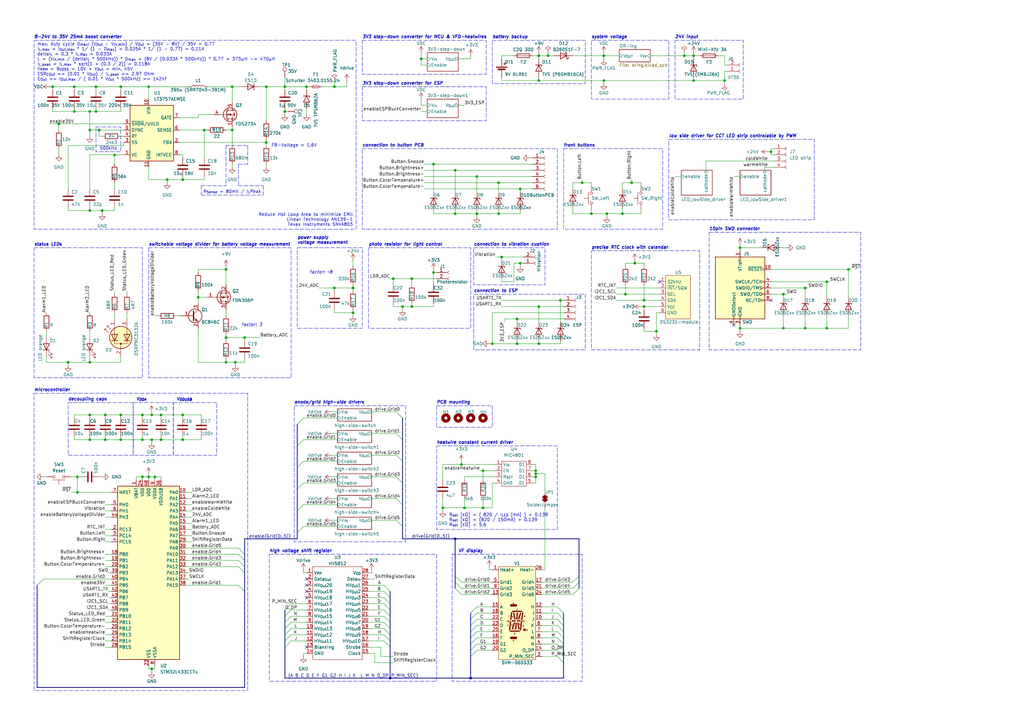
<source format=kicad_sch>
(kicad_sch (version 20231120) (generator "eeschema") (generator_version "8.0")
  (paper "A3")
  (junction (at 66.04 170.18))
  (junction (at 256.54 120.65))
  (junction (at 49.53 35.56))
  (junction (at 204.47 87.63))
  (junction (at 280.67 22.86))
  (junction (at 95.25 35.56))
  (junction (at 96.52 148.59))
  (junction (at 74.93 180.34))
  (junction (at 212.09 140.97))
  (junction (at 264.16 123.19))
  (junction (at 21.59 35.56))
  (junction (at 321.31 134.62))
  (junction (at 242.57 87.63))
  (junction (at 81.28 121.92))
  (junction (at 219.71 194.31))
  (junction (at 100.33 138.43))
  (junction (at 36.83 86.36))
  (junction (at 330.2 118.11))
  (junction (at 63.5 195.58))
  (junction (at 212.09 130.81))
  (junction (at 297.18 33.02))
  (junction (at 30.48 35.56))
  (junction (at 177.8 111.76))
  (junction (at 43.18 180.34))
  (junction (at 339.09 115.57))
  (junction (at 68.58 73.66))
  (junction (at 224.79 22.86))
  (junction (at 39.37 45.72))
  (junction (at 186.69 87.63))
  (junction (at 58.42 195.58))
  (junction (at 303.53 101.6))
  (junction (at 49.53 180.34))
  (junction (at 201.93 140.97))
  (junction (at 31.75 195.58))
  (junction (at 109.22 58.42))
  (junction (at 321.31 120.65))
  (junction (at 190.5 208.28))
  (junction (at 62.23 274.32))
  (junction (at 177.8 67.31))
  (junction (at 62.23 170.18))
  (junction (at 284.48 33.02))
  (junction (at 49.53 170.18))
  (junction (at 189.23 190.5))
  (junction (at 303.53 134.62))
  (junction (at 260.35 107.95))
  (junction (at 186.69 220.98))
  (junction (at 330.2 134.62))
  (junction (at 60.96 195.58))
  (junction (at 137.16 35.56))
  (junction (at 172.72 24.13))
  (junction (at 219.71 193.04))
  (junction (at 60.96 35.56))
  (junction (at 74.93 73.66))
  (junction (at 220.98 140.97))
  (junction (at 213.36 107.95))
  (junction (at 92.71 110.49))
  (junction (at 36.83 45.72))
  (junction (at 125.73 35.56))
  (junction (at 40.64 53.34))
  (junction (at 198.12 208.28))
  (junction (at 109.22 35.56))
  (junction (at 269.24 135.89))
  (junction (at 161.29 114.3))
  (junction (at 284.48 22.86))
  (junction (at 36.83 53.34))
  (junction (at 92.71 138.43))
  (junction (at 41.91 86.36))
  (junction (at 165.1 125.73))
  (junction (at 255.27 87.63))
  (junction (at 186.69 69.85))
  (junction (at 219.71 195.58))
  (junction (at 247.65 33.02))
  (junction (at 116.84 45.72))
  (junction (at 36.83 180.34))
  (junction (at 144.78 128.27))
  (junction (at 83.82 53.34))
  (junction (at 160.02 278.13))
  (junction (at 229.87 123.19))
  (junction (at 36.83 170.18))
  (junction (at 168.91 125.73))
  (junction (at 168.91 114.3))
  (junction (at 62.23 180.34))
  (junction (at 58.42 170.18))
  (junction (at 46.99 63.5))
  (junction (at 43.18 170.18))
  (junction (at 195.58 72.39))
  (junction (at 247.65 22.86))
  (junction (at 264.16 125.73))
  (junction (at 205.74 105.41))
  (junction (at 58.42 180.34))
  (junction (at 220.98 22.86))
  (junction (at 259.08 74.93))
  (junction (at 66.04 180.34))
  (junction (at 213.36 77.47))
  (junction (at 24.13 50.8))
  (junction (at 144.78 118.11))
  (junction (at 27.94 148.59))
  (junction (at 220.98 33.02))
  (junction (at 193.04 278.13))
  (junction (at 204.47 74.93))
  (junction (at 347.98 110.49))
  (junction (at 181.61 208.28))
  (junction (at 238.76 74.93))
  (junction (at 95.25 53.34))
  (junction (at 220.98 125.73))
  (junction (at 92.71 148.59))
  (junction (at 30.48 45.72))
  (junction (at 195.58 87.63))
  (junction (at 39.37 35.56))
  (junction (at 316.23 62.23))
  (junction (at 248.92 87.63))
  (junction (at 116.84 35.56))
  (junction (at 31.75 201.93))
  (junction (at 74.93 170.18))
  (junction (at 36.83 148.59))
  (junction (at 198.12 193.04))
  (junction (at 339.09 134.62))
  (junction (at 137.16 118.11))
  (no_connect (at 125.73 242.57))
  (no_connect (at 125.73 265.43))
  (no_connect (at 270.51 115.57))
  (no_connect (at 316.23 123.19))
  (no_connect (at 125.73 237.49))
  (no_connect (at 300.99 133.35))
  (no_connect (at 125.73 240.03))
  (no_connect (at 125.73 245.11))
  (bus_entry (at 160.02 257.81) (size -2.54 -2.54))
  (bus_entry (at 121.92 173.99) (size 2.54 -2.54))
  (bus_entry (at 121.92 209.55) (size 2.54 -2.54))
  (bus_entry (at 100.33 227.33) (size -2.54 -2.54))
  (bus_entry (at 100.33 229.87) (size -2.54 -2.54))
  (bus_entry (at 100.33 242.57) (size -2.54 -2.54))
  (bus_entry (at 116.84 257.81) (size 2.54 -2.54))
  (bus_entry (at 231.14 261.62) (size -2.54 -2.54))
  (bus_entry (at 193.04 261.62) (size 2.54 -2.54))
  (bus_entry (at 231.14 271.78) (size -2.54 -2.54))
  (bus_entry (at 15.24 240.03) (size 2.54 -2.54))
  (bus_entry (at 160.02 252.73) (size -2.54 -2.54))
  (bus_entry (at 165.1 198.12) (size -2.54 -2.54))
  (bus_entry (at 231.14 259.08) (size -2.54 -2.54))
  (bus_entry (at 193.04 254) (size 2.54 -2.54))
  (bus_entry (at 231.14 264.16) (size -2.54 -2.54))
  (bus_entry (at 165.1 207.01) (size -2.54 -2.54))
  (bus_entry (at 100.33 234.95) (size -2.54 -2.54))
  (bus_entry (at 193.04 264.16) (size 2.54 -2.54))
  (bus_entry (at 231.14 251.46) (size -2.54 -2.54))
  (bus_entry (at 231.14 269.24) (size -2.54 -2.54))
  (bus_entry (at 231.14 254) (size -2.54 -2.54))
  (bus_entry (at 160.02 242.57) (size -2.54 -2.54))
  (bus_entry (at 160.02 255.27) (size -2.54 -2.54))
  (bus_entry (at 193.04 266.7) (size 2.54 -2.54))
  (bus_entry (at 165.1 189.23) (size -2.54 -2.54))
  (bus_entry (at 193.04 269.24) (size 2.54 -2.54))
  (bus_entry (at 231.14 256.54) (size -2.54 -2.54))
  (bus_entry (at 160.02 245.11) (size -2.54 -2.54))
  (bus_entry (at 231.14 266.7) (size -2.54 -2.54))
  (bus_entry (at 116.84 252.73) (size 2.54 -2.54))
  (bus_entry (at 165.1 180.34) (size -2.54 -2.54))
  (bus_entry (at 121.92 191.77) (size 2.54 -2.54))
  (bus_entry (at 193.04 259.08) (size 2.54 -2.54))
  (bus_entry (at 121.92 218.44) (size 2.54 -2.54))
  (bus_entry (at 116.84 265.43) (size 2.54 -2.54))
  (bus_entry (at 121.92 182.88) (size 2.54 -2.54))
  (bus_entry (at 121.92 200.66) (size 2.54 -2.54))
  (bus_entry (at 237.49 241.3) (size -2.54 2.54))
  (bus_entry (at 160.02 250.19) (size -2.54 -2.54))
  (bus_entry (at 100.33 232.41) (size -2.54 -2.54))
  (bus_entry (at 116.84 262.89) (size 2.54 -2.54))
  (bus_entry (at 116.84 260.35) (size 2.54 -2.54))
  (bus_entry (at 237.49 236.22) (size -2.54 2.54))
  (bus_entry (at 193.04 251.46) (size 2.54 -2.54))
  (bus_entry (at 160.02 260.35) (size -2.54 -2.54))
  (bus_entry (at 160.02 262.89) (size -2.54 -2.54))
  (bus_entry (at 186.69 241.3) (size 2.54 2.54))
  (bus_entry (at 160.02 247.65) (size -2.54 -2.54))
  (bus_entry (at 193.04 256.54) (size 2.54 -2.54))
  (bus_entry (at 186.69 236.22) (size 2.54 2.54))
  (bus_entry (at 116.84 250.19) (size 2.54 -2.54))
  (bus_entry (at 186.69 238.76) (size 2.54 2.54))
  (bus_entry (at 116.84 255.27) (size 2.54 -2.54))
  (bus_entry (at 160.02 265.43) (size -2.54 -2.54))
  (bus_entry (at 237.49 238.76) (size -2.54 2.54))
  (bus_entry (at 165.1 171.45) (size -2.54 -2.54))
  (bus_entry (at 165.1 215.9) (size -2.54 -2.54))
  (wire (pts (xy 300.99 72.39) (xy 303.53 72.39)))
  (wire (pts (xy 96.52 148.59) (xy 92.71 148.59)))
  (wire (pts (xy 36.83 180.34) (xy 43.18 180.34)))
  (wire (pts (xy 58.42 170.18) (xy 62.23 170.18)))
  (bus (pts (xy 231.14 269.24) (xy 231.14 271.78)))
  (wire (pts (xy 284.48 31.75) (xy 284.48 33.02)))
  (wire (pts (xy 43.18 232.41) (xy 45.72 232.41)))
  (wire (pts (xy 125.73 250.19) (xy 119.38 250.19)))
  (wire (pts (xy 181.61 208.28) (xy 181.61 209.55)))
  (wire (pts (xy 92.71 109.22) (xy 92.71 110.49)))
  (wire (pts (xy 58.42 180.34) (xy 62.23 180.34)))
  (wire (pts (xy 177.8 87.63) (xy 186.69 87.63)))
  (wire (pts (xy 205.74 31.75) (xy 205.74 33.02)))
  (wire (pts (xy 100.33 138.43) (xy 106.68 138.43)))
  (wire (pts (xy 30.48 44.45) (xy 30.48 45.72)))
  (bus (pts (xy 121.92 200.66) (xy 121.92 209.55)))
  (wire (pts (xy 297.18 26.67) (xy 298.45 26.67)))
  (wire (pts (xy 44.45 242.57) (xy 45.72 242.57)))
  (bus (pts (xy 231.14 256.54) (xy 231.14 259.08)))
  (wire (pts (xy 347.98 134.62) (xy 347.98 129.54)))
  (wire (pts (xy 165.1 125.73) (xy 165.1 127)))
  (wire (pts (xy 21.59 35.56) (xy 21.59 36.83)))
  (wire (pts (xy 219.71 194.31) (xy 219.71 195.58)))
  (wire (pts (xy 161.29 125.73) (xy 165.1 125.73)))
  (wire (pts (xy 124.46 198.12) (xy 138.43 198.12)))
  (wire (pts (xy 222.25 241.3) (xy 234.95 241.3)))
  (wire (pts (xy 125.73 255.27) (xy 119.38 255.27)))
  (wire (pts (xy 264.16 135.89) (xy 269.24 135.89)))
  (wire (pts (xy 255.27 85.09) (xy 255.27 87.63)))
  (polyline (pts (xy 82.55 76.2) (xy 82.55 80.01)) (stroke (width 0) (type dash)))
  (wire (pts (xy 124.46 189.23) (xy 138.43 189.23)))
  (bus (pts (xy 165.1 171.45) (xy 165.1 180.34)))
  (wire (pts (xy 205.74 105.41) (xy 214.63 105.41)))
  (wire (pts (xy 189.23 243.84) (xy 201.93 243.84)))
  (bus (pts (xy 160.02 255.27) (xy 160.02 257.81)))
  (wire (pts (xy 195.58 254) (xy 201.93 254)))
  (wire (pts (xy 248.92 87.63) (xy 255.27 87.63)))
  (wire (pts (xy 81.28 121.92) (xy 85.09 121.92)))
  (wire (pts (xy 248.92 87.63) (xy 248.92 88.9)))
  (wire (pts (xy 262.89 125.73) (xy 264.16 125.73)))
  (wire (pts (xy 74.93 72.39) (xy 74.93 73.66)))
  (wire (pts (xy 255.27 87.63) (xy 262.89 87.63)))
  (wire (pts (xy 157.48 247.65) (xy 151.13 247.65)))
  (wire (pts (xy 49.53 35.56) (xy 60.96 35.56)))
  (wire (pts (xy 63.5 129.54) (xy 64.77 129.54)))
  (wire (pts (xy 125.73 262.89) (xy 119.38 262.89)))
  (wire (pts (xy 157.48 245.11) (xy 151.13 245.11)))
  (bus (pts (xy 121.92 182.88) (xy 121.92 191.77)))
  (bus (pts (xy 100.33 220.98) (xy 121.92 220.98)))
  (wire (pts (xy 100.33 138.43) (xy 100.33 139.7)))
  (wire (pts (xy 30.48 35.56) (xy 39.37 35.56)))
  (wire (pts (xy 27.94 148.59) (xy 27.94 149.86)))
  (wire (pts (xy 173.99 72.39) (xy 195.58 72.39)))
  (wire (pts (xy 205.74 33.02) (xy 220.98 33.02)))
  (wire (pts (xy 303.53 133.35) (xy 303.53 134.62)))
  (wire (pts (xy 100.33 148.59) (xy 96.52 148.59)))
  (bus (pts (xy 193.04 278.13) (xy 231.14 278.13)))
  (wire (pts (xy 74.93 73.66) (xy 83.82 73.66)))
  (wire (pts (xy 31.75 195.58) (xy 31.75 201.93)))
  (wire (pts (xy 223.52 233.68) (xy 223.52 208.28)))
  (wire (pts (xy 49.53 44.45) (xy 49.53 45.72)))
  (wire (pts (xy 81.28 46.99) (xy 81.28 48.26)))
  (wire (pts (xy 168.91 114.3) (xy 179.07 114.3)))
  (wire (pts (xy 201.93 140.97) (xy 212.09 140.97)))
  (wire (pts (xy 116.84 31.75) (xy 116.84 35.56)))
  (wire (pts (xy 116.84 44.45) (xy 116.84 45.72)))
  (wire (pts (xy 256.54 116.84) (xy 256.54 120.65)))
  (wire (pts (xy 186.69 87.63) (xy 195.58 87.63)))
  (wire (pts (xy 151.13 267.97) (xy 153.67 267.97)))
  (wire (pts (xy 30.48 180.34) (xy 36.83 180.34)))
  (wire (pts (xy 63.5 195.58) (xy 63.5 196.85)))
  (wire (pts (xy 189.23 189.23) (xy 189.23 190.5)))
  (polyline (pts (xy 92.71 59.69) (xy 101.6 59.69)) (stroke (width 0) (type dash)))
  (wire (pts (xy 76.2 201.93) (xy 78.74 201.93)))
  (wire (pts (xy 73.66 58.42) (xy 109.22 58.42)))
  (wire (pts (xy 187.96 24.13) (xy 193.04 24.13)))
  (wire (pts (xy 60.96 273.05) (xy 60.96 274.32)))
  (wire (pts (xy 43.18 209.55) (xy 45.72 209.55)))
  (wire (pts (xy 152.4 177.8) (xy 162.56 177.8)))
  (wire (pts (xy 234.95 87.63) (xy 242.57 87.63)))
  (wire (pts (xy 73.66 53.34) (xy 83.82 53.34)))
  (wire (pts (xy 62.23 180.34) (xy 62.23 181.61)))
  (wire (pts (xy 222.25 261.62) (xy 228.6 261.62)))
  (wire (pts (xy 284.48 22.86) (xy 284.48 24.13)))
  (wire (pts (xy 220.98 125.73) (xy 231.14 125.73)))
  (wire (pts (xy 43.18 217.17) (xy 45.72 217.17)))
  (bus (pts (xy 121.92 218.44) (xy 121.92 220.98)))
  (wire (pts (xy 44.45 245.11) (xy 45.72 245.11)))
  (wire (pts (xy 316.23 60.96) (xy 317.5 60.96)))
  (wire (pts (xy 161.29 124.46) (xy 161.29 125.73)))
  (wire (pts (xy 151.13 234.95) (xy 152.4 234.95)))
  (wire (pts (xy 92.71 110.49) (xy 81.28 110.49)))
  (wire (pts (xy 252.73 118.11) (xy 270.51 118.11)))
  (bus (pts (xy 193.04 269.24) (xy 193.04 278.13)))
  (wire (pts (xy 160.02 114.3) (xy 161.29 114.3)))
  (wire (pts (xy 116.84 45.72) (xy 118.11 45.72)))
  (wire (pts (xy 95.25 35.56) (xy 99.06 35.56)))
  (wire (pts (xy 222.25 259.08) (xy 228.6 259.08)))
  (bus (pts (xy 116.84 265.43) (xy 116.84 278.13)))
  (bus (pts (xy 231.14 251.46) (xy 231.14 254)))
  (wire (pts (xy 284.48 22.86) (xy 287.02 22.86)))
  (wire (pts (xy 266.7 22.86) (xy 280.67 22.86)))
  (wire (pts (xy 198.12 193.04) (xy 198.12 196.85)))
  (wire (pts (xy 189.23 190.5) (xy 203.2 190.5)))
  (wire (pts (xy 195.58 261.62) (xy 201.93 261.62)))
  (bus (pts (xy 237.49 238.76) (xy 237.49 241.3)))
  (wire (pts (xy 82.55 179.07) (xy 82.55 180.34)))
  (wire (pts (xy 213.36 77.47) (xy 218.44 77.47)))
  (wire (pts (xy 218.44 64.77) (xy 217.17 64.77)))
  (polyline (pts (xy 97.79 67.31) (xy 101.6 67.31)) (stroke (width 0) (type dash)))
  (wire (pts (xy 220.98 125.73) (xy 220.98 132.08)))
  (wire (pts (xy 63.5 195.58) (xy 66.04 195.58)))
  (wire (pts (xy 36.83 45.72) (xy 39.37 45.72)))
  (wire (pts (xy 172.72 21.59) (xy 172.72 24.13)))
  (wire (pts (xy 39.37 35.56) (xy 39.37 36.83)))
  (wire (pts (xy 181.61 208.28) (xy 190.5 208.28)))
  (bus (pts (xy 100.33 281.94) (xy 15.24 281.94)))
  (wire (pts (xy 76.2 214.63) (xy 78.74 214.63)))
  (bus (pts (xy 160.02 278.13) (xy 193.04 278.13)))
  (wire (pts (xy 177.8 86.36) (xy 177.8 87.63)))
  (wire (pts (xy 294.64 22.86) (xy 297.18 22.86)))
  (wire (pts (xy 156.21 269.24) (xy 156.21 265.43)))
  (bus (pts (xy 186.69 220.98) (xy 237.49 220.98)))
  (wire (pts (xy 260.35 107.95) (xy 264.16 107.95)))
  (bus (pts (xy 165.1 198.12) (xy 165.1 207.01)))
  (wire (pts (xy 339.09 115.57) (xy 340.36 115.57)))
  (wire (pts (xy 43.18 257.81) (xy 45.72 257.81)))
  (wire (pts (xy 76.2 222.25) (xy 78.74 222.25)))
  (wire (pts (xy 66.04 170.18) (xy 74.93 170.18)))
  (wire (pts (xy 66.04 180.34) (xy 74.93 180.34)))
  (bus (pts (xy 160.02 245.11) (xy 160.02 247.65)))
  (wire (pts (xy 36.83 148.59) (xy 49.53 148.59)))
  (wire (pts (xy 210.82 115.57) (xy 210.82 107.95)))
  (wire (pts (xy 200.66 140.97) (xy 201.93 140.97)))
  (wire (pts (xy 63.5 273.05) (xy 63.5 274.32)))
  (wire (pts (xy 321.31 129.54) (xy 321.31 134.62)))
  (wire (pts (xy 55.88 195.58) (xy 55.88 196.85)))
  (wire (pts (xy 72.39 129.54) (xy 73.66 129.54)))
  (wire (pts (xy 200.66 233.68) (xy 201.93 233.68)))
  (wire (pts (xy 43.18 222.25) (xy 45.72 222.25)))
  (wire (pts (xy 157.48 250.19) (xy 151.13 250.19)))
  (wire (pts (xy 152.4 233.68) (xy 152.4 234.95)))
  (wire (pts (xy 186.69 86.36) (xy 186.69 87.63)))
  (polyline (pts (xy 101.6 59.69) (xy 101.6 67.31)) (stroke (width 0) (type dash)))
  (wire (pts (xy 43.18 260.35) (xy 45.72 260.35)))
  (wire (pts (xy 30.48 179.07) (xy 30.48 180.34)))
  (wire (pts (xy 222.25 243.84) (xy 234.95 243.84)))
  (wire (pts (xy 40.64 55.88) (xy 41.91 55.88)))
  (wire (pts (xy 247.65 33.02) (xy 284.48 33.02)))
  (wire (pts (xy 36.83 135.89) (xy 36.83 138.43)))
  (bus (pts (xy 231.14 254) (xy 231.14 256.54)))
  (wire (pts (xy 222.25 266.7) (xy 228.6 266.7)))
  (wire (pts (xy 46.99 119.38) (xy 46.99 120.65)))
  (wire (pts (xy 242.57 87.63) (xy 248.92 87.63)))
  (wire (pts (xy 43.18 240.03) (xy 45.72 240.03)))
  (bus (pts (xy 121.92 173.99) (xy 121.92 182.88)))
  (wire (pts (xy 223.52 194.31) (xy 219.71 194.31)))
  (wire (pts (xy 135.89 204.47) (xy 138.43 204.47)))
  (wire (pts (xy 135.89 168.91) (xy 138.43 168.91)))
  (wire (pts (xy 205.74 115.57) (xy 210.82 115.57)))
  (wire (pts (xy 62.23 180.34) (xy 66.04 180.34)))
  (wire (pts (xy 60.96 35.56) (xy 60.96 40.64)))
  (wire (pts (xy 186.69 69.85) (xy 218.44 69.85)))
  (wire (pts (xy 106.68 35.56) (xy 109.22 35.56)))
  (wire (pts (xy 85.09 35.56) (xy 95.25 35.56)))
  (polyline (pts (xy 97.79 76.2) (xy 107.95 76.2)) (stroke (width 0) (type dash)))
  (wire (pts (xy 92.71 138.43) (xy 92.71 139.7)))
  (wire (pts (xy 168.91 124.46) (xy 168.91 125.73)))
  (wire (pts (xy 52.07 119.38) (xy 52.07 120.65)))
  (wire (pts (xy 73.66 63.5) (xy 74.93 63.5)))
  (wire (pts (xy 58.42 195.58) (xy 58.42 196.85)))
  (wire (pts (xy 92.71 137.16) (xy 92.71 138.43)))
  (bus (pts (xy 100.33 229.87) (xy 100.33 232.41)))
  (wire (pts (xy 181.61 190.5) (xy 189.23 190.5)))
  (wire (pts (xy 43.18 219.71) (xy 45.72 219.71)))
  (wire (pts (xy 36.83 45.72) (xy 36.83 53.34)))
  (wire (pts (xy 276.86 72.39) (xy 279.4 72.39)))
  (wire (pts (xy 316.23 60.96) (xy 316.23 62.23)))
  (wire (pts (xy 222.25 254) (xy 228.6 254)))
  (wire (pts (xy 198.12 193.04) (xy 203.2 193.04)))
  (wire (pts (xy 297.18 29.21) (xy 297.18 33.02)))
  (wire (pts (xy 347.98 110.49) (xy 349.25 110.49)))
  (wire (pts (xy 76.2 224.79) (xy 97.79 224.79)))
  (wire (pts (xy 231.14 130.81) (xy 212.09 130.81)))
  (wire (pts (xy 303.53 100.33) (xy 303.53 101.6)))
  (bus (pts (xy 231.14 266.7) (xy 231.14 269.24)))
  (wire (pts (xy 109.22 67.31) (xy 109.22 68.58)))
  (wire (pts (xy 195.58 72.39) (xy 218.44 72.39)))
  (wire (pts (xy 177.8 67.31) (xy 218.44 67.31)))
  (wire (pts (xy 116.84 35.56) (xy 116.84 36.83)))
  (wire (pts (xy 175.26 43.18) (xy 172.72 43.18)))
  (bus (pts (xy 231.14 259.08) (xy 231.14 261.62)))
  (wire (pts (xy 81.28 110.49) (xy 81.28 111.76)))
  (wire (pts (xy 17.78 195.58) (xy 19.05 195.58)))
  (wire (pts (xy 201.93 198.12) (xy 201.93 208.28)))
  (wire (pts (xy 43.18 227.33) (xy 45.72 227.33)))
  (wire (pts (xy 181.61 204.47) (xy 181.61 208.28)))
  (wire (pts (xy 330.2 118.11) (xy 331.47 118.11)))
  (wire (pts (xy 205.74 114.3) (xy 205.74 115.57)))
  (wire (pts (xy 224.79 22.86) (xy 227.33 22.86)))
  (wire (pts (xy 96.52 148.59) (xy 96.52 149.86)))
  (wire (pts (xy 247.65 21.59) (xy 247.65 22.86)))
  (wire (pts (xy 124.46 215.9) (xy 138.43 215.9)))
  (wire (pts (xy 76.2 229.87) (xy 97.79 229.87)))
  (wire (pts (xy 27.94 85.09) (xy 27.94 86.36)))
  (wire (pts (xy 212.09 130.81) (xy 207.01 130.81)))
  (wire (pts (xy 212.09 130.81) (xy 212.09 132.08)))
  (wire (pts (xy 31.75 201.93) (xy 45.72 201.93)))
  (wire (pts (xy 135.89 213.36) (xy 138.43 213.36)))
  (wire (pts (xy 49.53 170.18) (xy 58.42 170.18)))
  (wire (pts (xy 30.48 45.72) (xy 36.83 45.72)))
  (wire (pts (xy 52.07 128.27) (xy 52.07 130.81)))
  (wire (pts (xy 100.33 147.32) (xy 100.33 148.59)))
  (wire (pts (xy 205.74 125.73) (xy 220.98 125.73)))
  (wire (pts (xy 116.84 45.72) (xy 116.84 46.99)))
  (wire (pts (xy 157.48 257.81) (xy 151.13 257.81)))
  (wire (pts (xy 256.54 107.95) (xy 260.35 107.95)))
  (wire (pts (xy 151.13 262.89) (xy 157.48 262.89)))
  (wire (pts (xy 207.01 130.81) (xy 207.01 132.08)))
  (wire (pts (xy 62.23 274.32) (xy 62.23 275.59)))
  (wire (pts (xy 49.53 171.45) (xy 49.53 170.18)))
  (wire (pts (xy 213.36 86.36) (xy 213.36 87.63)))
  (wire (pts (xy 40.64 53.34) (xy 50.8 53.34)))
  (wire (pts (xy 125.73 247.65) (xy 119.38 247.65)))
  (wire (pts (xy 66.04 170.18) (xy 66.04 171.45)))
  (wire (pts (xy 76.2 234.95) (xy 77.47 234.95)))
  (wire (pts (xy 264.16 123.19) (xy 270.51 123.19)))
  (wire (pts (xy 137.16 128.27) (xy 144.78 128.27)))
  (wire (pts (xy 220.98 22.86) (xy 224.79 22.86)))
  (wire (pts (xy 234.95 22.86) (xy 247.65 22.86)))
  (wire (pts (xy 219.71 194.31) (xy 219.71 193.04)))
  (wire (pts (xy 222.25 248.92) (xy 228.6 248.92)))
  (wire (pts (xy 201.93 128.27) (xy 201.93 140.97)))
  (wire (pts (xy 203.2 195.58) (xy 190.5 195.58)))
  (wire (pts (xy 256.54 109.22) (xy 256.54 107.95)))
  (wire (pts (xy 132.08 35.56) (xy 137.16 35.56)))
  (wire (pts (xy 44.45 250.19) (xy 45.72 250.19)))
  (wire (pts (xy 322.58 101.6) (xy 320.04 101.6)))
  (wire (pts (xy 177.8 110.49) (xy 177.8 111.76)))
  (wire (pts (xy 68.58 73.66) (xy 74.93 73.66)))
  (wire (pts (xy 284.48 33.02) (xy 297.18 33.02)))
  (wire (pts (xy 144.78 106.68) (xy 144.78 109.22)))
  (wire (pts (xy 44.45 247.65) (xy 45.72 247.65)))
  (wire (pts (xy 220.98 140.97) (xy 229.87 140.97)))
  (wire (pts (xy 144.78 128.27) (xy 144.78 129.54)))
  (bus (pts (xy 160.02 260.35) (xy 160.02 262.89)))
  (wire (pts (xy 124.46 207.01) (xy 138.43 207.01)))
  (bus (pts (xy 100.33 227.33) (xy 100.33 229.87)))
  (bus (pts (xy 193.04 264.16) (xy 193.04 266.7)))
  (wire (pts (xy 156.21 269.24) (xy 161.29 269.24)))
  (wire (pts (xy 66.04 179.07) (xy 66.04 180.34)))
  (wire (pts (xy 66.04 195.58) (xy 66.04 196.85)))
  (wire (pts (xy 81.28 46.99) (xy 87.63 46.99)))
  (wire (pts (xy 205.74 22.86) (xy 205.74 24.13)))
  (wire (pts (xy 220.98 31.75) (xy 220.98 33.02)))
  (wire (pts (xy 144.78 118.11) (xy 144.78 119.38)))
  (wire (pts (xy 73.66 48.26) (xy 81.28 48.26)))
  (wire (pts (xy 312.42 101.6) (xy 303.53 101.6)))
  (wire (pts (xy 36.83 146.05) (xy 36.83 148.59)))
  (wire (pts (xy 49.53 55.88) (xy 50.8 55.88)))
  (wire (pts (xy 247.65 22.86) (xy 247.65 24.13)))
  (wire (pts (xy 201.93 198.12) (xy 203.2 198.12)))
  (wire (pts (xy 46.99 128.27) (xy 46.99 130.81)))
  (wire (pts (xy 43.18 262.89) (xy 45.72 262.89)))
  (wire (pts (xy 20.32 50.8) (xy 24.13 50.8)))
  (bus (pts (xy 237.49 236.22) (xy 237.49 238.76)))
  (wire (pts (xy 200.66 232.41) (xy 200.66 233.68)))
  (wire (pts (xy 21.59 45.72) (xy 30.48 45.72)))
  (wire (pts (xy 212.09 140.97) (xy 220.98 140.97)))
  (wire (pts (xy 151.13 237.49) (xy 153.67 237.49)))
  (wire (pts (xy 21.59 35.56) (xy 30.48 35.56)))
  (bus (pts (xy 116.84 262.89) (xy 116.84 265.43)))
  (wire (pts (xy 218.44 190.5) (xy 219.71 190.5)))
  (wire (pts (xy 195.58 264.16) (xy 201.93 264.16)))
  (wire (pts (xy 297.18 22.86) (xy 297.18 26.67)))
  (wire (pts (xy 330.2 134.62) (xy 330.2 129.54)))
  (wire (pts (xy 124.46 267.97) (xy 125.73 267.97)))
  (wire (pts (xy 190.5 195.58) (xy 190.5 196.85)))
  (wire (pts (xy 60.96 194.31) (xy 60.96 195.58)))
  (wire (pts (xy 339.09 134.62) (xy 347.98 134.62)))
  (wire (pts (xy 95.25 53.34) (xy 95.25 59.69)))
  (wire (pts (xy 195.58 86.36) (xy 195.58 87.63)))
  (wire (pts (xy 76.2 204.47) (xy 78.74 204.47)))
  (wire (pts (xy 43.18 265.43) (xy 45.72 265.43)))
  (wire (pts (xy 27.94 59.69) (xy 50.8 59.69)))
  (wire (pts (xy 125.73 257.81) (xy 119.38 257.81)))
  (wire (pts (xy 173.99 77.47) (xy 213.36 77.47)))
  (wire (pts (xy 289.56 66.04) (xy 289.56 69.85)))
  (wire (pts (xy 234.95 85.09) (xy 234.95 87.63)))
  (bus (pts (xy 237.49 220.98) (xy 237.49 236.22)))
  (wire (pts (xy 173.99 74.93) (xy 204.47 74.93)))
  (wire (pts (xy 30.48 170.18) (xy 30.48 171.45)))
  (wire (pts (xy 269.24 128.27) (xy 269.24 135.89)))
  (wire (pts (xy 58.42 179.07) (xy 58.42 180.34)))
  (wire (pts (xy 76.2 209.55) (xy 78.74 209.55)))
  (polyline (pts (xy 82.55 76.2) (xy 92.71 76.2)) (stroke (width 0) (type dash)))
  (wire (pts (xy 109.22 35.56) (xy 109.22 49.53)))
  (wire (pts (xy 151.13 240.03) (xy 157.48 240.03)))
  (wire (pts (xy 74.93 63.5) (xy 74.93 64.77)))
  (wire (pts (xy 152.4 213.36) (xy 162.56 213.36)))
  (wire (pts (xy 74.93 170.18) (xy 82.55 170.18)))
  (wire (pts (xy 60.96 35.56) (xy 77.47 35.56)))
  (wire (pts (xy 161.29 116.84) (xy 161.29 114.3)))
  (wire (pts (xy 220.98 21.59) (xy 220.98 22.86)))
  (wire (pts (xy 205.74 22.86) (xy 210.82 22.86)))
  (wire (pts (xy 229.87 140.97) (xy 229.87 139.7)))
  (bus (pts (xy 193.04 254) (xy 193.04 256.54)))
  (wire (pts (xy 137.16 118.11) (xy 130.81 118.11)))
  (wire (pts (xy 135.89 186.69) (xy 138.43 186.69)))
  (wire (pts (xy 175.26 24.13) (xy 172.72 24.13)))
  (wire (pts (xy 36.83 63.5) (xy 36.83 77.47)))
  (wire (pts (xy 144.78 127) (xy 144.78 128.27)))
  (wire (pts (xy 24.13 50.8) (xy 50.8 50.8)))
  (wire (pts (xy 58.42 170.18) (xy 58.42 171.45)))
  (wire (pts (xy 19.05 135.89) (xy 19.05 138.43)))
  (wire (pts (xy 347.98 110.49) (xy 347.98 121.92)))
  (bus (pts (xy 160.02 247.65) (xy 160.02 250.19)))
  (bus (pts (xy 121.92 191.77) (xy 121.92 200.66)))
  (wire (pts (xy 210.82 107.95) (xy 213.36 107.95)))
  (wire (pts (xy 222.25 269.24) (xy 228.6 269.24)))
  (wire (pts (xy 125.73 260.35) (xy 119.38 260.35)))
  (wire (pts (xy 190.5 204.47) (xy 190.5 208.28)))
  (wire (pts (xy 82.55 170.18) (xy 82.55 171.45)))
  (wire (pts (xy 314.96 62.23) (xy 316.23 62.23)))
  (wire (pts (xy 142.24 33.02) (xy 142.24 35.56)))
  (wire (pts (xy 201.93 128.27) (xy 231.14 128.27)))
  (wire (pts (xy 36.83 53.34) (xy 40.64 53.34)))
  (wire (pts (xy 43.18 229.87) (xy 45.72 229.87)))
  (wire (pts (xy 92.71 147.32) (xy 92.71 148.59)))
  (wire (pts (xy 151.13 260.35) (xy 157.48 260.35)))
  (bus (pts (xy 160.02 262.89) (xy 160.02 265.43)))
  (wire (pts (xy 81.28 121.92) (xy 81.28 124.46)))
  (bus (pts (xy 165.1 189.23) (xy 165.1 198.12)))
  (wire (pts (xy 135.89 177.8) (xy 138.43 177.8)))
  (wire (pts (xy 195.58 251.46) (xy 201.93 251.46)))
  (wire (pts (xy 60.96 274.32) (xy 62.23 274.32)))
  (wire (pts (xy 195.58 248.92) (xy 201.93 248.92)))
  (wire (pts (xy 62.23 170.18) (xy 66.04 170.18)))
  (wire (pts (xy 39.37 35.56) (xy 49.53 35.56)))
  (wire (pts (xy 303.53 101.6) (xy 303.53 102.87)))
  (wire (pts (xy 151.13 265.43) (xy 156.21 265.43)))
  (wire (pts (xy 269.24 128.27) (xy 270.51 128.27)))
  (wire (pts (xy 74.93 180.34) (xy 82.55 180.34)))
  (wire (pts (xy 30.48 170.18) (xy 36.83 170.18)))
  (wire (pts (xy 27.94 148.59) (xy 36.83 148.59)))
  (wire (pts (xy 339.09 115.57) (xy 339.09 121.92)))
  (wire (pts (xy 76.2 212.09) (xy 78.74 212.09)))
  (wire (pts (xy 284.48 21.59) (xy 284.48 22.86)))
  (wire (pts (xy 339.09 129.54) (xy 339.09 134.62)))
  (wire (pts (xy 218.44 193.04) (xy 219.71 193.04)))
  (wire (pts (xy 256.54 120.65) (xy 270.51 120.65)))
  (wire (pts (xy 81.28 119.38) (xy 81.28 121.92)))
  (wire (pts (xy 144.78 116.84) (xy 144.78 118.11)))
  (wire (pts (xy 172.72 40.64) (xy 172.72 43.18)))
  (wire (pts (xy 76.2 227.33) (xy 97.79 227.33)))
  (wire (pts (xy 21.59 44.45) (xy 21.59 45.72)))
  (bus (pts (xy 160.02 242.57) (xy 160.02 245.11)))
  (wire (pts (xy 213.36 107.95) (xy 214.63 107.95)))
  (wire (pts (xy 152.4 186.69) (xy 162.56 186.69)))
  (wire (pts (xy 62.23 274.32) (xy 63.5 274.32)))
  (wire (pts (xy 195.58 256.54) (xy 201.93 256.54)))
  (wire (pts (xy 81.28 148.59) (xy 92.71 148.59)))
  (wire (pts (xy 39.37 45.72) (xy 49.53 45.72)))
  (wire (pts (xy 152.4 168.91) (xy 162.56 168.91)))
  (wire (pts (xy 27.94 86.36) (xy 36.83 86.36)))
  (wire (pts (xy 238.76 74.93) (xy 242.57 74.93)))
  (bus (pts (xy 186.69 238.76) (xy 186.69 241.3)))
  (wire (pts (xy 321.31 134.62) (xy 330.2 134.62)))
  (wire (pts (xy 213.36 77.47) (xy 213.36 78.74)))
  (wire (pts (xy 83.82 53.34) (xy 85.09 53.34)))
  (wire (pts (xy 193.04 22.86) (xy 193.04 24.13)))
  (wire (pts (xy 177.8 67.31) (xy 177.8 78.74)))
  (wire (pts (xy 76.2 219.71) (xy 78.74 219.71)))
  (wire (pts (xy 76.2 237.49) (xy 77.47 237.49)))
  (wire (pts (xy 125.73 44.45) (xy 125.73 46.99)))
  (wire (pts (xy 83.82 72.39) (xy 83.82 73.66)))
  (wire (pts (xy 222.25 256.54) (xy 228.6 256.54)))
  (wire (pts (xy 124.46 171.45) (xy 138.43 171.45)))
  (wire (pts (xy 95.25 35.56) (xy 95.25 41.91)))
  (wire (pts (xy 264.16 107.95) (xy 264.16 109.22)))
  (wire (pts (xy 321.31 120.65) (xy 321.31 121.92)))
  (wire (pts (xy 316.23 120.65) (xy 321.31 120.65)))
  (wire (pts (xy 222.25 238.76) (xy 234.95 238.76)))
  (wire (pts (xy 179.07 111.76) (xy 177.8 111.76)))
  (wire (pts (xy 41.91 86.36) (xy 46.99 86.36)))
  (wire (pts (xy 175.26 45.72) (xy 172.72 45.72)))
  (wire (pts (xy 60.96 68.58) (xy 60.96 73.66)))
  (wire (pts (xy 83.82 53.34) (xy 83.82 64.77)))
  (bus (pts (xy 116.84 278.13) (xy 160.02 278.13)))
  (wire (pts (xy 20.32 35.56) (xy 21.59 35.56)))
  (wire (pts (xy 316.23 62.23) (xy 316.23 63.5)))
  (bus (pts (xy 193.04 259.08) (xy 193.04 261.62)))
  (wire (pts (xy 76.2 232.41) (xy 97.79 232.41)))
  (wire (pts (xy 144.78 118.11) (xy 137.16 118.11)))
  (bus (pts (xy 193.04 256.54) (xy 193.04 259.08)))
  (bus (pts (xy 15.24 240.03) (xy 15.24 281.94)))
  (wire (pts (xy 40.64 53.34) (xy 40.64 55.88)))
  (bus (pts (xy 193.04 251.46) (xy 193.04 254)))
  (wire (pts (xy 220.98 33.02) (xy 247.65 33.02)))
  (wire (pts (xy 135.89 195.58) (xy 138.43 195.58)))
  (wire (pts (xy 220.98 139.7) (xy 220.98 140.97)))
  (wire (pts (xy 172.72 24.13) (xy 172.72 26.67)))
  (wire (pts (xy 177.8 125.73) (xy 177.8 124.46)))
  (wire (pts (xy 196.85 193.04) (xy 198.12 193.04)))
  (wire (pts (xy 49.53 179.07) (xy 49.53 180.34)))
  (wire (pts (xy 204.47 87.63) (xy 213.36 87.63)))
  (wire (pts (xy 92.71 138.43) (xy 100.33 138.43)))
  (wire (pts (xy 316.23 63.5) (xy 317.5 63.5)))
  (wire (pts (xy 43.18 212.09) (xy 45.72 212.09)))
  (wire (pts (xy 259.08 73.66) (xy 259.08 74.93)))
  (wire (pts (xy 46.99 74.93) (xy 46.99 77.47)))
  (wire (pts (xy 189.23 241.3) (xy 201.93 241.3)))
  (wire (pts (xy 234.95 74.93) (xy 234.95 77.47)))
  (wire (pts (xy 195.58 72.39) (xy 195.58 78.74)))
  (wire (pts (xy 58.42 195.58) (xy 60.96 195.58)))
  (wire (pts (xy 116.84 35.56) (xy 125.73 35.56)))
  (wire (pts (xy 62.23 168.91) (xy 62.23 170.18)))
  (wire (pts (xy 49.53 35.56) (xy 49.53 36.83)))
  (wire (pts (xy 24.13 50.8) (xy 24.13 53.34)))
  (wire (pts (xy 124.46 233.68) (xy 124.46 234.95)))
  (wire (pts (xy 49.53 146.05) (xy 49.53 148.59)))
  (wire (pts (xy 303.53 134.62) (xy 303.53 135.89)))
  (wire (pts (xy 260.35 106.68) (xy 260.35 107.95)))
  (wire (pts (xy 229.87 123.19) (xy 231.14 123.19)))
  (wire (pts (xy 137.16 127) (xy 137.16 128.27)))
  (wire (pts (xy 92.71 53.34) (xy 95.25 53.34)))
  (wire (pts (xy 297.18 29.21) (xy 298.45 29.21)))
  (wire (pts (xy 313.69 68.58) (xy 313.69 69.85)))
  (wire (pts (xy 124.46 269.24) (xy 124.46 267.97)))
  (wire (pts (xy 269.24 135.89) (xy 269.24 137.16)))
  (wire (pts (xy 255.27 74.93) (xy 259.08 74.93)))
  (bus (pts (xy 116.84 255.27) (xy 116.84 257.81)))
  (wire (pts (xy 252.73 120.65) (xy 256.54 120.65)))
  (wire (pts (xy 157.48 255.27) (xy 151.13 255.27)))
  (wire (pts (xy 181.61 190.5) (xy 181.61 196.85)))
  (wire (pts (xy 252.73 123.19) (xy 264.16 123.19)))
  (wire (pts (xy 205.74 105.41) (xy 205.74 106.68)))
  (wire (pts (xy 280.67 22.86) (xy 284.48 22.86)))
  (wire (pts (xy 247.65 22.86) (xy 254 22.86)))
  (wire (pts (xy 125.73 252.73) (xy 119.38 252.73)))
  (wire (pts (xy 27.94 59.69) (xy 27.94 77.47)))
  (wire (pts (xy 219.71 193.04) (xy 219.71 190.5)))
  (wire (pts (xy 262.89 76.2) (xy 262.89 74.93)))
  (wire (pts (xy 92.71 127) (xy 92.71 129.54)))
  (wire (pts (xy 168.91 125.73) (xy 177.8 125.73)))
  (wire (pts (xy 92.71 110.49) (xy 92.71 116.84)))
  (wire (pts (xy 43.18 255.27) (xy 45.72 255.27)))
  (wire (pts (xy 198.12 204.47) (xy 198.12 208.28)))
  (wire (pts (xy 76.2 207.01) (xy 78.74 207.01)))
  (bus (pts (xy 121.92 209.55) (xy 121.92 218.44)))
  (wire (pts (xy 33.02 195.58) (xy 31.75 195.58)))
  (wire (pts (xy 76.2 217.17) (xy 78.74 217.17)))
  (wire (pts (xy 36.83 53.34) (xy 36.83 55.88)))
  (wire (pts (xy 195.58 259.08) (xy 201.93 259.08)))
  (wire (pts (xy 234.95 74.93) (xy 238.76 74.93)))
  (wire (pts (xy 40.64 195.58) (xy 41.91 195.58)))
  (wire (pts (xy 229.87 123.19) (xy 229.87 132.08)))
  (wire (pts (xy 213.36 109.22) (xy 213.36 107.95)))
  (wire (pts (xy 204.47 86.36) (xy 204.47 87.63)))
  (wire (pts (xy 316.23 110.49) (xy 347.98 110.49)))
  (wire (pts (xy 157.48 242.57) (xy 151.13 242.57)))
  (wire (pts (xy 161.29 271.78) (xy 153.67 271.78)))
  (wire (pts (xy 43.18 179.07) (xy 43.18 180.34)))
  (bus (pts (xy 165.1 180.34) (xy 165.1 189.23)))
  (polyline (pts (xy 107.95 76.2) (xy 107.95 80.01)) (stroke (width 0) (type dash)))
  (wire (pts (xy 242.57 76.2) (xy 242.57 74.93)))
  (bus (pts (xy 116.84 252.73) (xy 116.84 255.27)))
  (wire (pts (xy 187.96 43.18) (xy 190.5 43.18)))
  (wire (pts (xy 264.16 116.84) (xy 264.16 123.19)))
  (wire (pts (xy 95.25 67.31) (xy 95.25 68.58)))
  (wire (pts (xy 259.08 74.93) (xy 262.89 74.93)))
  (wire (pts (xy 39.37 44.45) (xy 39.37 45.72)))
  (wire (pts (xy 49.53 180.34) (xy 58.42 180.34)))
  (bus (pts (xy 116.84 250.19) (xy 116.84 252.73)))
  (wire (pts (xy 44.45 234.95) (xy 45.72 234.95)))
  (wire (pts (xy 46.99 63.5) (xy 50.8 63.5)))
  (wire (pts (xy 109.22 57.15) (xy 109.22 58.42)))
  (wire (pts (xy 95.25 52.07) (xy 95.25 53.34)))
  (wire (pts (xy 41.91 86.36) (xy 41.91 87.63)))
  (wire (pts (xy 222.25 264.16) (xy 228.6 264.16)))
  (wire (pts (xy 153.67 271.78) (xy 153.67 267.97)))
  (wire (pts (xy 204.47 74.93) (xy 218.44 74.93)))
  (wire (pts (xy 74.93 170.18) (xy 74.93 171.45)))
  (wire (pts (xy 195.58 87.63) (xy 195.58 88.9)))
  (wire (pts (xy 195.58 87.63) (xy 204.47 87.63)))
  (wire (pts (xy 43.18 252.73) (xy 45.72 252.73)))
  (wire (pts (xy 339.09 134.62) (xy 330.2 134.62)))
  (wire (pts (xy 109.22 35.56) (xy 116.84 35.56)))
  (wire (pts (xy 262.89 86.36) (xy 262.89 87.63)))
  (wire (pts (xy 109.22 58.42) (xy 109.22 59.69)))
  (bus (pts (xy 160.02 265.43) (xy 160.02 278.13)))
  (wire (pts (xy 50.8 58.42) (xy 50.8 59.69)))
  (bus (pts (xy 160.02 252.73) (xy 160.02 255.27)))
  (wire (pts (xy 46.99 63.5) (xy 46.99 67.31)))
  (bus (pts (xy 100.33 242.57) (xy 100.33 281.94)))
  (wire (pts (xy 255.27 74.93) (xy 255.27 77.47)))
  (wire (pts (xy 29.21 201.93) (xy 31.75 201.93)))
  (wire (pts (xy 224.79 21.59) (xy 224.79 22.86)))
  (bus (pts (xy 231.14 261.62) (xy 231.14 264.16)))
  (polyline (pts (xy 92.71 59.69) (xy 92.71 76.2)) (stroke (width 0) (type dash)))
  (bus (pts (xy 193.04 261.62) (xy 193.04 264.16)))
  (wire (pts (xy 29.21 195.58) (xy 31.75 195.58)))
  (bus (pts (xy 193.04 266.7) (xy 193.04 269.24)))
  (wire (pts (xy 60.96 195.58) (xy 63.5 195.58)))
  (wire (pts (xy 43.18 170.18) (xy 49.53 170.18)))
  (wire (pts (xy 137.16 33.02) (xy 137.16 35.56)))
  (polyline (pts (xy 97.79 67.31) (xy 97.79 76.2)) (stroke (width 0) (type dash)))
  (wire (pts (xy 43.18 170.18) (xy 43.18 171.45)))
  (wire (pts (xy 264.16 125.73) (xy 264.16 127)))
  (wire (pts (xy 124.46 180.34) (xy 138.43 180.34)))
  (wire (pts (xy 76.2 240.03) (xy 97.79 240.03)))
  (bus (pts (xy 231.14 271.78) (xy 231.14 278.13)))
  (wire (pts (xy 60.96 195.58) (xy 60.96 196.85)))
  (wire (pts (xy 203.2 105.41) (xy 205.74 105.41)))
  (wire (pts (xy 297.18 33.02) (xy 297.18 34.29)))
  (wire (pts (xy 222.25 251.46) (xy 228.6 251.46)))
  (wire (pts (xy 173.99 67.31) (xy 177.8 67.31)))
  (wire (pts (xy 198.12 208.28) (xy 201.93 208.28)))
  (bus (pts (xy 116.84 257.81) (xy 116.84 260.35)))
  (wire (pts (xy 321.31 120.65) (xy 322.58 120.65)))
  (wire (pts (xy 24.13 60.96) (xy 24.13 63.5)))
  (wire (pts (xy 223.52 200.66) (xy 223.52 194.31)))
  (bus (pts (xy 231.14 264.16) (xy 231.14 266.7)))
  (wire (pts (xy 238.76 73.66) (xy 238.76 74.93)))
  (bus (pts (xy 100.33 220.98) (xy 100.33 227.33)))
  (wire (pts (xy 43.18 180.34) (xy 49.53 180.34)))
  (wire (pts (xy 220.98 22.86) (xy 220.98 24.13)))
  (wire (pts (xy 264.16 125.73) (xy 270.51 125.73)))
  (wire (pts (xy 212.09 139.7) (xy 212.09 140.97)))
  (wire (pts (xy 58.42 195.58) (xy 55.88 195.58)))
  (bus (pts (xy 165.1 207.01) (xy 165.1 215.9)))
  (wire (pts (xy 152.4 204.47) (xy 162.56 204.47)))
  (wire (pts (xy 124.46 234.95) (xy 125.73 234.95)))
  (bus (pts (xy 160.02 257.81) (xy 160.02 260.35)))
  (wire (pts (xy 205.74 123.19) (xy 229.87 123.19)))
  (wire (pts (xy 264.16 134.62) (xy 264.16 135.89)))
  (wire (pts (xy 36.83 63.5) (xy 46.99 63.5)))
  (polyline (pts (xy 82.55 80.01) (xy 107.95 80.01)) (stroke (width 0) (type dash)))
  (wire (pts (xy 125.73 35.56) (xy 125.73 36.83)))
  (wire (pts (xy 43.18 207.01) (xy 45.72 207.01)))
  (wire (pts (xy 137.16 118.11) (xy 137.16 119.38)))
  (bus (pts (xy 160.02 250.19) (xy 160.02 252.73)))
  (wire (pts (xy 30.48 35.56) (xy 30.48 36.83)))
  (bus (pts (xy 165.1 220.98) (xy 186.69 220.98)))
  (bus (pts (xy 165.1 215.9) (xy 165.1 220.98)))
  (wire (pts (xy 36.83 170.18) (xy 36.83 171.45)))
  (wire (pts (xy 218.44 195.58) (xy 219.71 195.58)))
  (bus (pts (xy 100.33 234.95) (xy 100.33 242.57)))
  (wire (pts (xy 36.83 86.36) (xy 41.91 86.36)))
  (wire (pts (xy 177.8 111.76) (xy 177.8 116.84)))
  (wire (pts (xy 190.5 208.28) (xy 198.12 208.28)))
  (wire (pts (xy 186.69 69.85) (xy 186.69 78.74)))
  (wire (pts (xy 303.53 134.62) (xy 321.31 134.62)))
  (wire (pts (xy 19.05 148.59) (xy 27.94 148.59)))
  (wire (pts (xy 173.99 69.85) (xy 186.69 69.85)))
  (wire (pts (xy 36.83 85.09) (xy 36.83 86.36)))
  (wire (pts (xy 157.48 252.73) (xy 151.13 252.73)))
  (wire (pts (xy 161.29 114.3) (xy 168.91 114.3)))
  (wire (pts (xy 165.1 125.73) (xy 168.91 125.73)))
  (wire (pts (xy 280.67 21.59) (xy 280.67 22.86)))
  (wire (pts (xy 219.71 198.12) (xy 218.44 198.12)))
  (wire (pts (xy 19.05 146.05) (xy 19.05 148.59)))
  (wire (pts (xy 60.96 73.66) (xy 68.58 73.66)))
  (wire (pts (xy 168.91 114.3) (xy 168.91 116.84)))
  (wire (pts (xy 242.57 86.36) (xy 242.57 87.63)))
  (wire (pts (xy 222.25 233.68) (xy 223.52 233.68)))
  (wire (pts (xy 68.58 73.66) (xy 68.58 74.93)))
  (bus (pts (xy 186.69 236.22) (xy 186.69 238.76)))
  (wire (pts (xy 330.2 118.11) (xy 330.2 121.92)))
  (wire (pts (xy 125.73 35.56) (xy 127 35.56)))
  (wire (pts (xy 137.16 35.56) (xy 142.24 35.56)))
  (wire (pts (xy 175.26 26.67) (xy 172.72 26.67)))
  (wire (pts (xy 313.69 68.58) (xy 317.5 68.58)))
  (bus (pts (xy 186.69 220.98) (xy 186.69 236.22)))
  (wire (pts (xy 219.71 195.58) (xy 219.71 198.12)))
  (bus (pts (xy 100.33 232.41) (xy 100.33 234.95)))
  (wire (pts (xy 218.44 22.86) (xy 220.98 22.86)))
  (wire (pts (xy 316.23 118.11) (xy 330.2 118.11)))
  (wire (pts (xy 74.93 179.07) (xy 74.93 180.34)))
  (wire (pts (xy 195.58 266.7) (xy 201.93 266.7)))
  (wire (pts (xy 46.99 85.09) (xy 46.99 86.36)))
  (bus (pts (xy 116.84 260.35) (xy 116.84 262.89)))
  (wire (pts (xy 316.23 115.57) (xy 339.09 115.57)))
  (wire (pts (xy 36.83 170.18) (xy 43.18 170.18)))
  (wire (pts (xy 189.23 238.76) (xy 201.93 238.76)))
  (wire (pts (xy 17.78 237.49) (xy 45.72 237.49)))
  (wire (pts (xy 152.4 195.58) (xy 162.56 195.58)))
  (wire (pts (xy 81.28 134.62) (xy 81.28 148.59)))
  (wire (pts (xy 204.47 74.93) (xy 204.47 78.74)))
  (wire (pts (xy 36.83 179.07) (xy 36.83 180.34)))
  (wire (pts (xy 247.65 33.02) (xy 247.65 34.29)))
  (wire (pts (xy 289.56 66.04) (xy 317.5 66.04)))
  (rectangle (start 148.59 35.56) (end 199.39 49.53) (stroke (width 0) (type dash)))
  (rectangle (start 151.13 101.6) (end 193.04 134.62) (stroke (width 0) (type dash)))
  (rectangle (start 179.07 182.88) (end 228.6 217.17) (stroke (width 0) (type dash)))
  (rectangle (start 60.96 101.6) (end 119.38 154.94) (stroke (width 0) (type dash)))
  (rectangle (start 194.31 120.65) (end 240.03 143.51) (stroke (width 0) (type dash)))
  (rectangle (start 290.83 95.25) (end 353.06 143.51) (stroke (width 0) (type dash)))
  (rectangle (start 242.57 16.51) (end 274.32 40.64) (stroke (width 0) (type dash)))
  (rectangle (start 231.14 60.96) (end 271.78 93.98) (stroke (width 0) (type dash)))
  (rectangle (start 13.97 16.51) (end 146.05 93.98) (stroke (width 0) (type dash)))
  (rectangle (start 194.31 101.6) (end 223.52 116.84) (stroke (width 0) (type dash)))
  (rectangle (start 27.94 165.1) (end 54.61 186.69) (stroke (width 0) (type dash)))
  (rectangle (start 148.59 60.96) (end 228.6 93.98) (stroke (width 0) (type dash)))
  (rectangle (start 54.61 165.1) (end 71.12 186.69) (stroke (width 0) (type dash)))
  (rectangle (start 276.86 16.51) (end 304.8 40.64) (stroke (width 0) (type dash)))
  (rectangle (start 148.59 16.51) (end 199.39 30.48) (stroke (width 0) (type dash)))
  (rectangle (start 179.07 166.37) (end 201.93 175.26) (stroke (width 0) (type dash)))
  (rectangle (start 218.44 114.3) (end 218.44 114.3))
  (rectangle (start 13.97 161.29) (end 101.6 283.21) (stroke (width 0) (type dash)))
  (rectangle (start 110.49 227.33) (end 179.07 279.4) (stroke (width 0) (type dash)))
  (rectangle (start 13.97 101.6) (end 58.42 154.94) (stroke (width 0) (type dash)))
  (rectangle (start 71.12 165.1) (end 88.9 186.69) (stroke (width 0) (type dash)))
  (rectangle (start 120.65 166.37) (end 166.37 222.25) (stroke (width 0) (type dash)))
  (rectangle (start 121.92 101.6) (end 148.59 134.62) (stroke (width 0) (type dash)))
  (rectangle (start 185.42 227.33) (end 238.76 279.4) (stroke (width 0) (type dash)))
  (rectangle (start 274.32 57.15) (end 334.01 90.17) (stroke (width 0) (type dash)))
  (rectangle (start 242.57 102.87) (end 287.02 143.51) (stroke (width 0) (type dash)))
  (rectangle (start 201.93 16.51) (end 240.03 34.29) (stroke (width 0) (type dash)))
  (text_box "" (at 39.37 52.07 0) (size 10.16 10.16) (stroke (width 0) (type dash)) (effects (font (size 1.27 1.27)) (justify left top)))
  (text "24V input" (at 276.86 15.24 0) (effects (font (size 1.27 1.27) (thickness 0.254) (bold yes) (italic yes)) (justify left)))
  (text "decoupling caps" (at 27.94 163.83 0) (effects (font (size 1.27 1.27) (thickness 0.254) (bold yes) (italic yes)) (justify left)))
  (text "factor: 3\n" (at 99.06 133.35 0) (effects (font (size 1.27 1.27) (italic yes)) (justify left)))
  (text "microcontroller" (at 13.97 160.02 0) (effects (font (size 1.27 1.27) (thickness 0.254) (bold yes) (italic yes)) (justify left)))
  (text "V_{DDUSB}\n" (at 72.39 163.83 0) (effects (font (size 1.27 1.27) (thickness 0.254) (bold yes) (italic yes)) (justify left)))
  (text "factor: ~8" (at 127 111.76 0) (effects (font (size 1.27 1.27) (italic yes)) (justify left)))
  (text "heatwire constant current driver" (at 179.07 181.61 0) (effects (font (size 1.27 1.27) (thickness 0.254) (bold yes) (italic yes)) (justify left)))
  (text "status LEDs" (at 13.97 100.33 0) (effects (font (size 1.27 1.27) (thickness 0.254) (bold yes) (italic yes)) (justify left)))
  (text "8-24V to 35V 25mA boost converter" (at 13.97 15.24 0) (effects (font (size 1.27 1.27) (thickness 0.254) (bold yes) (italic yes)) (justify left)))
  (text "system voltage" (at 242.57 15.24 0) (effects (font (size 1.27 1.27) (thickness 0.254) (bold yes) (italic yes)) (justify left)))
  (text "connection to ESP" (at 194.31 119.38 0) (effects (font (size 1.27 1.27) (thickness 0.254) (bold yes) (italic yes)) (justify left)))
  (text "power supply\nvoltage measurement" (at 121.92 100.33 0) (effects (font (size 1.27 1.27) (thickness 0.254) (bold yes) (italic yes)) (justify left bottom)))
  (text "R_{Sense} = 80mV / I_{L}Peak" (at 95.25 78.74 0) (effects (font (size 1.27 1.27))))
  (text "3V3 step-down converter for MCU & VFD-heatwires" (at 148.59 15.24 0) (effects (font (size 1.27 1.27) (thickness 0.254) (bold yes) (italic yes)) (justify left)))
  (text "front buttons" (at 231.14 59.69 0) (effects (font (size 1.27 1.27) (thickness 0.254) (bold yes) (italic yes)) (justify left)))
  (text "Reduce Hot Loop Area to minimize EMI:\nLinear Technology AN139-1\nTexas Instruments SNVA803" (at 144.78 90.17 0) (effects (font (size 1.27 1.27)) (justify right)))
  (text "PCB mounting" (at 179.07 165.1 0) (effects (font (size 1.27 1.27) (thickness 0.254) (bold yes) (italic yes)) (justify left)))
  (text "battery backup" (at 201.93 15.24 0) (effects (font (size 1.27 1.27) (thickness 0.254) (bold yes) (italic yes)) (justify left)))
  (text "connection to button PCB" (at 148.59 59.69 0) (effects (font (size 1.27 1.27) (thickness 0.254) (bold yes) (italic yes)) (justify left)))
  (text "precise RTC clock with calendar" (at 242.57 101.6 0) (effects (font (size 1.27 1.27) (thickness 0.254) (bold yes) (italic yes)) (justify left)))
  (text "photo resistor for light control" (at 151.13 100.33 0) (effects (font (size 1.27 1.27) (thickness 0.254) (bold yes) (italic yes)) (justify left)))
  (text "low side driver for CCT LED strip controlable by PWM" (at 274.32 55.88 0) (effects (font (size 1.27 1.27) (thickness 0.254) (bold yes) (italic yes)) (justify left)))
  (text "3V3 step-down converter for ESP" (at 148.59 34.29 0) (effects (font (size 1.27 1.27) (thickness 0.254) (bold yes) (italic yes)) (justify left)))
  (text "500kHz" (at 44.45 60.96 0) (effects (font (size 1.27 1.27))))
  (text "high voltage shift register" (at 110.49 226.06 0) (effects (font (size 1.27 1.27) (thickness 0.254) (bold yes) (italic yes)) (justify left)))
  (text "FB-Voltage = 1.6V" (at 120.65 59.69 0) (effects (font (size 1.27 1.27))))
  (text "anode/grid high-side drivers" (at 120.65 165.1 0) (effects (font (size 1.27 1.27) (thickness 0.254) (bold yes) (italic yes)) (justify left)))
  (text "10pin SWD connector" (at 290.83 93.98 0) (effects (font (size 1.27 1.27) (thickness 0.254) (bold yes) (italic yes)) (justify left)))
  (text "R_{set} [kΩ] = ( 820 / I_{LED} [mA] ) + 0.139\nR_{set} [kΩ] = (820 / 150mA) + 0.139 \nR_{set} [kΩ] = 5.6" (at 184.15 213.36 0) (effects (font (size 1.27 1.27)) (justify left)))
  (text "connection to vibration cushion" (at 194.31 100.33 0) (effects (font (size 1.27 1.27) (thickness 0.254) (bold yes) (italic yes)) (justify left)))
  (text "VF display" (at 187.96 226.06 0) (effects (font (size 1.27 1.27) (thickness 0.254) (bold yes) (italic yes)) (justify left)))
  (text "switchable voltage divider for battery voltage measurement" (at 60.96 100.33 0) (effects (font (size 1.27 1.27) (thickness 0.254) (bold yes) (italic yes)) (justify left)))
  (text "max. duty cycle D_{max}: (V_{Out} - V_{In,min}) / V_{Out} = (35V - 8V) / 35V = 0.77\nI_{L,max} = I_{Out,max} * 1/ (1 - D_{max}) = 0.025A * 1/ (1 - 0.77) = 0.11A\ndeltaI_{L} = 0.3 * I_{L,Max} = 0.033A\nL = (V_{In,min} / (deltaI_{L} * 500kHz)) * D_{max} = (8V / (0.033A * 500kHz)) * 0.77 = 373µH -> 470µH\nI_{L,peak} = I_{L,max} * sqrt(1 + (0.3 / 2)) = 0.118A\nV_{RRM} = B_{VDSS} = 10V + V_{Out} = min. 45V\nESR_{COut} <= (0.01 * V_{Out}) / I_{L,peak} <= 2,97 Ohm\nC_{Out} >= I_{Out,max} / ( 0.01 * V_{Out} * 500kHz) >= 142nF \n" (at 15.24 25.4 0) (effects (font (size 1.27 1.27)) (justify left)))
  (text "V_{DDA}" (at 55.88 163.83 0) (effects (font (size 1.27 1.27) (thickness 0.254) (bold yes) (italic yes)) (justify left)))
  (label "ShiftRegisterData" (at 78.74 222.25 0))
  (label "Strobe" (at 43.18 265.43 180))
  (label "Status_LED_Red" (at 46.99 119.38 90))
  (label "Strobe" (at 161.29 269.24 0))
  (label "Battery_ADC" (at 78.74 217.17 0))
  (label "Button.Snooze" (at 78.74 219.71 0))
  (label "H" (at 226.06 248.92 0))
  (label "Button.Right" (at 43.18 222.25 180))
  (label "enableWarmWhite" (at 78.74 207.01 0))
  (label "warmWhite" (at 314.96 68.58 180))
  (label "Alarm1_LED" (at 78.74 214.63 0))
  (label "A" (at 154.94 240.03 0))
  (label "RTC_INT" (at 252.73 118.11 180))
  (label "drive.Grid3" (at 223.52 238.76 0))
  (label "Button.ColorTemperature+" (at 173.99 74.93 180))
  (label "drive{Grid[0..5]}" (at 168.91 220.98 0))
  (label "Button.Brightness-" (at 173.99 72.39 180))
  (label "enable.Grid0" (at 125.73 171.45 0))
  (label "enable35V" (at 43.18 240.03 180))
  (label "I2C1_SDA" (at 44.45 250.19 180))
  (label "enableHeatwire" (at 196.85 193.04 180))
  (label "I" (at 226.06 251.46 0))
  (label "RTC_INT" (at 43.18 217.17 180))
  (label "G2" (at 156.21 257.81 180))
  (label "SWDIO" (at 77.47 234.95 0))
  (label "ShiftRegisterClock" (at 43.18 262.89 180))
  (label "SWO" (at 322.58 120.65 0))
  (label "3V3_ESP" (at 207.01 132.08 270))
  (label "enable.Grid3" (at 78.74 229.87 0))
  (label "SWDIO" (at 331.47 118.11 0))
  (label "E" (at 196.85 259.08 0))
  (label "drive.Grid2" (at 190.5 243.84 0))
  (label "I2C1_SDA" (at 252.73 123.19 180))
  (label "Status_LED_Red" (at 43.18 252.73 180))
  (label "enableColdWhite" (at 276.86 72.39 270))
  (label "24V_ADC" (at 130.81 118.11 180))
  (label "drive.Grid0" (at 153.67 168.91 0))
  (label "G1" (at 196.85 264.16 0))
  (label "Button.Left" (at 43.18 219.71 180))
  (label "Alarm1_LED" (at 19.05 128.27 90))
  (label "M" (at 226.06 261.62 0))
  (label "O_DP" (at 121.92 250.19 180))
  (label "P_MIN_SEC" (at 226.06 269.24 0))
  (label "Button.Brightness+" (at 173.99 69.85 180))
  (label "enable35V" (at 20.32 50.8 0))
  (label "24V_ADC" (at 78.74 212.09 0))
  (label "N" (at 226.06 264.16 0))
  (label "B" (at 196.85 251.46 0))
  (label "D" (at 156.21 247.65 180))
  (label "USART1_RX" (at 205.74 125.73 180))
  (label "A" (at 196.85 248.92 0))
  (label "drive.Grid2" (at 153.67 186.69 0))
  (label "USART1_TX" (at 205.74 123.19 180))
  (label "enable.Grid1" (at 125.73 180.34 0))
  (label "enable.Grid5" (at 78.74 224.79 0))
  (label "E" (at 156.21 250.19 180))
  (label "G2" (at 196.85 266.7 0))
  (label "3V3_ESP" (at 190.5 43.18 0))
  (label "Button.ColorTemperature-" (at 173.99 77.47 180))
  (label "SWO" (at 44.45 234.95 180))
  (label "C" (at 196.85 254 0))
  (label "Button.Snooze" (at 173.99 67.31 180))
  (label "K" (at 226.06 256.54 0))
  (label "drive.Grid5" (at 153.67 213.36 0))
  (label "SWCLK" (at 340.36 115.57 0))
  (label "I2C1_SCL" (at 252.73 120.65 180))
  (label "drive.Grid5" (at 223.52 243.84 0))
  (label "LDR_ADC" (at 78.74 201.93 0))
  (label "J" (at 121.92 262.89 180))
  (label "enableBatteryVoltageDivider" (at 63.5 129.54 90))
  (label "F" (at 156.21 252.73 180))
  (label "G1" (at 156.21 255.27 180))
  (label "enableHeatwire" (at 43.18 260.35 180))
  (label "Status_LED_Green" (at 43.18 255.27 180))
  (label "coldWhite" (at 314.96 66.04 180))
  (label "enable.Grid0" (at 43.18 237.49 180))
  (label "M" (at 121.92 255.27 180))
  (label "enable.Grid2" (at 125.73 189.23 0))
  (label "drive.Grid1" (at 190.5 241.3 0))
  (label "enableWarmWhite" (at 300.99 72.39 270))
  (label "Status_LED_Green" (at 52.07 119.38 90))
  (label "USART1_TX" (at 44.45 242.57 180))
  (label "Alarm2_LED" (at 36.83 128.27 90))
  (label "USART1_RX" (at 44.45 245.11 180))
  (label "ShiftRegisterClock" (at 161.29 271.78 0))
  (label "enableESPBuckConverter" (at 172.72 45.72 180))
  (label "enable.Grid2" (at 78.74 232.41 0))
  (label "enable.Grid4" (at 125.73 207.01 0))
  (label "I" (at 154.94 262.89 0))
  (label "ShiftRegisterData" (at 153.67 237.49 0))
  (label "~{RST}" (at 29.21 201.93 180))
  (label "drive.Grid4" (at 223.52 241.3 0))
  (label "D" (at 196.85 256.54 0))
  (label "drive.Grid0" (at 190.5 238.76 0))
  (label "Button.ColorTemperature-" (at 43.18 257.81 180))
  (label "O_DP" (at 226.06 266.7 0))
  (label "Vibration" (at 43.18 209.55 180))
  (label "drive.Grid1" (at 153.67 177.8 0))
  (label "H" (at 154.94 260.35 0))
  (label "N" (at 121.92 252.73 180))
  (label "Button.Left" (at 238.76 73.66 90))
  (label "enable.Grid5" (at 125.73 215.9 0))
  (label "Button.Brightness+" (at 43.18 227.33 180))
  (label "J" (at 226.06 254 0))
  (label "enable{Grid[0..5]}" (at 119.38 220.98 180))
  (label "enableESPBuckConverter" (at 43.18 207.01 180))
  (label "C" (at 156.21 245.11 180))
  (label "P_MIN_SEC" (at 121.92 247.65 180))
  (label "Button.Brightness-" (at 43.18 229.87 180))
  (label "B" (at 156.21 242.57 180))
  (label "enableBatteryVoltageDivider" (at 43.18 212.09 180))
  (label "K" (at 121.92 260.35 180))
  (label "drive.Grid3" (at 153.67 195.58 0))
  (label "enable.Grid4" (at 78.74 227.33 0))
  (label "Button.ColorTemperature+" (at 43.18 232.41 180))
  (label "drive.Grid4" (at 153.67 204.47 0))
  (label "enable.Grid1" (at 78.74 240.03 0))
  (label "L" (at 226.06 259.08 0))
  (label "Vibration" (at 203.2 105.41 180))
  (label "LDR_ADC" (at 160.02 114.3 180))
  (label "enableColdWhite" (at 78.74 209.55 0))
  (label "Button.Right" (at 259.08 73.66 90))
  (label "~{RST}" (at 349.25 110.49 0))
  (label "L" (at 121.92 257.81 180))
  (label "I2C1_SCL" (at 44.45 247.65 180))
  (label "SWCLK" (at 77.47 237.49 0))
  (label "enable.Grid3" (at 125.73 198.12 0))
  (label "{A B C D E F G1 G2 H I J K  L M N O_DP P_MIN_SEC}" (at 118.11 278.13 0))
  (label "F" (at 196.85 261.62 0))
  (label "Alarm2_LED" (at 78.74 204.47 0))
  (label "Battery_ADC" (at 106.68 138.43 0))
  (symbol (lib_id "power:GND") (at 125.73 46.99 0) (unit 1)
    (property "Reference" "#PWR023" (effects (hide yes)))
    (property "Value" "GND" (at 125.73 52.07 0))
    (property "Description" "Power symbol creates a global label with name \"GND\" , ground" (effects (hide yes)))
  )
  (symbol (lib_id "power:GND") (at 213.36 109.22 0) (unit 1)
    (property "Reference" "#PWR043" (effects (hide yes)))
    (property "Value" "GND" (at 213.36 114.3 0))
    (property "Description" "Power symbol creates a global label with name \"GND\" , ground" (effects (hide yes)))
  )
  (symbol (lib_id "Device:R") (at 88.9 53.34 90) (unit 1)
    (property "Reference" "R10" (at 88.9 53.34 90))
    (property "Value" "22" (at 88.9 55.88 90))
    (property "Footprint" "Resistor_SMD:R_0603_1608Metric_Pad0.98x0.95mm_HandSolder" (effects (hide yes)))
    (property "Description" "Resistor" (effects (hide yes)))
  )
  (symbol (lib_id "power:GND") (at 165.1 127 0) (unit 1)
    (property "Reference" "#PWR034" (effects (hide yes)))
    (property "Value" "GND" (at 165.1 130.81 0))
    (property "Description" "Power symbol creates a global label with name \"GND\" , ground" (effects (hide yes)))
  )
  (symbol (lib_id "Device:C") (at 27.94 81.28 0) (unit 1)
    (property "Reference" "C2" (at 29.21 78.74 0) (effects (justify left)))
    (property "Value" "47n" (at 29.21 83.82 0) (effects (justify left)))
    (property "Footprint" "Capacitor_SMD:C_0603_1608Metric_Pad1.08x0.95mm_HandSolder" (effects (hide yes)))
    (property "Description" "Unpolarized capacitor" (effects (hide yes)))
  )
  (symbol (lib_id "power:GND") (at 200.66 140.97 270) (unit 1)
    (property "Reference" "#PWR042" (effects (hide yes)))
    (property "Value" "GND" (at 198.12 140.97 90) (effects (justify right)))
    (property "Description" "Power symbol creates a global label with name \"GND\" , ground" (effects (hide yes)))
  )
  (symbol (lib_id "Device:C") (at 264.16 130.81 0) (unit 1)
    (property "Reference" "C24" (at 259.08 128.27 0) (effects (justify left)))
    (property "Value" "100n" (at 259.08 133.35 0) (effects (justify left)))
    (property "Footprint" "Capacitor_SMD:C_0603_1608Metric_Pad1.08x0.95mm_HandSolder" (effects (hide yes)))
    (property "Description" "Unpolarized capacitor" (effects (hide yes)))
  )
  (symbol (lib_id "power:GND") (at 68.58 74.93 0) (unit 1)
    (property "Reference" "#PWR013" (effects (hide yes)))
    (property "Value" "GND" (at 68.58 80.01 0))
    (property "Description" "Power symbol creates a global label with name \"GND\" , ground" (effects (hide yes)))
  )
  (symbol (lib_id "Device:Fuse") (at 290.83 22.86 90) (unit 1)
    (property "Reference" "F3" (at 290.83 25.4 90))
    (property "Value" "Mini-Kfz 3A" (at 292.1 20.32 90))
    (property "Footprint" "extraFootprints:KEYSTONE-FUSE-3557-2" (effects (hide yes)))
    (property "Description" "Fuse" (effects (hide yes)))
  )
  (symbol (lib_id "Device:R") (at 144.78 123.19 0) (mirror y) (unit 1)
    (property "Reference" "R17" (at 144.78 125.73 90) (effects (justify left)))
    (property "Value" "47k" (at 143.51 124.46 0) (effects (justify left)))
    (property "Footprint" "Resistor_SMD:R_0603_1608Metric_Pad0.98x0.95mm_HandSolder" (effects (hide yes)))
    (property "Description" "Resistor" (effects (hide yes)))
  )
  (symbol (lib_id "extraSymbols:MIC4801") (at 210.82 194.31 0) (unit 1)
    (property "Reference" "U4" (at 210.82 184.15 0))
    (property "Value" "MIC4801" (at 210.82 186.69 0))
    (property "Footprint" "Package_SO:PowerIntegrations_SO-8" (effects (hide yes)))
    (property "Datasheet" "https://ww1.microchip.com/downloads/en/DeviceDoc/mic4801.pdf" (effects (hide yes)))
    (property "Description" "High Efficiency 600mA Single Channel Linear WLED Driver" (effects (hide yes)))
  )
  (symbol (lib_id "power:+24V") (at 144.78 106.68 0) (mirror y) (unit 1)
    (property "Reference" "#PWR031" (effects (hide yes)))
    (property "Value" "+24V" (at 144.78 102.87 0))
    (property "Description" "Power symbol creates a global label with name \"+24V\"" (effects (hide yes)))
  )
  (symbol (lib_id "power:VDC") (at 172.72 40.64 0) (unit 1)
    (property "Reference" "#PWR037" (effects (hide yes)))
    (property "Value" "VDC" (at 172.72 36.83 0))
    (property "Description" "Power symbol creates a global label with name \"VDC\"" (effects (hide yes)))
  )
  (symbol (lib_id "Device:R") (at 24.13 57.15 0) (unit 1)
    (property "Reference" "R2" (at 24.13 59.69 90) (effects (justify left)))
    (property "Value" "10k" (at 25.4 57.15 0) (effects (justify left)))
    (property "Footprint" "Resistor_SMD:R_0603_1608Metric_Pad0.98x0.95mm_HandSolder" (effects (hide yes)))
    (property "Description" "Resistor" (effects (hide yes)))
  )
  (symbol (lib_id "Device:C") (at 49.53 40.64 0) (unit 1)
    (property "Reference" "C11" (at 50.8 38.1 0) (effects (justify left)))
    (property "Value" "220n 35V" (at 44.45 43.18 0) (effects (justify left)))
    (property "Footprint" "Capacitor_SMD:C_0805_2012Metric_Pad1.18x1.45mm_HandSolder" (effects (hide yes)))
    (property "Description" "Unpolarized capacitor" (effects (hide yes)))
  )
  (symbol (lib_id "power:GND") (at 24.13 63.5 0) (unit 1)
    (property "Reference" "#PWR02" (effects (hide yes)))
    (property "Value" "GND" (at 24.13 68.58 0))
    (property "Description" "Power symbol creates a global label with name \"GND\" , ground" (effects (hide yes)))
  )
  (symbol (lib_id "power:GND") (at 17.78 195.58 270) (unit 1)
    (property "Reference" "#PWR073" (effects (hide yes)))
    (property "Value" "GND" (at 19.05 198.12 90) (effects (justify right)))
    (property "Description" "Power symbol creates a global label with name \"GND\" , ground" (effects (hide yes)))
  )
  (symbol (lib_id "power:+24V") (at 314.96 62.23 90) (unit 1)
    (property "Reference" "#PWR057" (effects (hide yes)))
    (property "Value" "+24V" (at 308.61 62.23 90))
    (property "Description" "Power symbol creates a global label with name \"+24V\"" (effects (hide yes)))
  )
  (symbol (lib_id "power:GND") (at 248.92 88.9 0) (unit 1)
    (property "Reference" "#PWR052" (effects (hide yes)))
    (property "Value" "GND" (at 248.92 92.71 0))
    (property "Description" "Power symbol creates a global label with name \"GND\" , ground" (effects (hide yes)))
  )
  (symbol (lib_id "Diode:ESD5Zxx") (at 205.74 110.49 270) (unit 1)
    (property "Reference" "D21" (at 205.74 107.95 90) (effects (justify left)))
    (property "Value" "ESD5Zxx" (at 201.93 113.03 90) (effects (justify left)))
    (property "Footprint" "Diode_SMD:D_SOD-523" (effects (hide yes)))
    (property "Datasheet" "https://www.onsemi.com/pdf/datasheet/esd5z2.5t1-d.pdf" (effects (hide yes)))
    (property "Description" "ESD Protection Diode, SOD-523" (effects (hide yes)))
  )
  (symbol (lib_id "Device:C") (at 43.18 175.26 0) (unit 1)
    (property "Reference" "C9" (at 43.18 172.72 0) (effects (justify left)))
    (property "Value" "100n" (at 43.18 177.8 0) (effects (justify left)))
    (property "Footprint" "Capacitor_SMD:C_0603_1608Metric_Pad1.08x0.95mm_HandSolder" (effects (hide yes)))
    (property "Description" "Unpolarized capacitor" (effects (hide yes)))
  )
  (symbol (lib_id "power:+24V") (at 284.48 21.59 0) (unit 1)
    (property "Reference" "#PWR055" (effects (hide yes)))
    (property "Value" "+24V" (at 284.48 17.78 0))
    (property "Description" "Power symbol creates a global label with name \"+24V\"" (effects (hide yes)))
  )
  (symbol (lib_id "power:PWR_FLAG") (at 297.18 34.29 180) (unit 1)
    (property "Reference" "#FLG04" (effects (hide yes)))
    (property "Value" "PWR_FLAG" (at 294.64 38.1 0))
    (property "Description" "Special symbol for telling ERC where power comes from" (effects (hide yes)))
  )
  (symbol (lib_id "power:GND") (at 322.58 101.6 90) (unit 1)
    (property "Reference" "#PWR056" (effects (hide yes)))
    (property "Value" "GND" (at 326.39 101.5999 90) (effects (justify right)))
    (property "Description" "Power symbol creates a global label with name \"GND\" , ground" (effects (hide yes)))
  )
  (symbol (lib_id "power:PWR_FLAG") (at 280.67 21.59 0) (unit 1)
    (property "Reference" "#FLG03" (effects (hide yes)))
    (property "Value" "PWR_FLAG" (effects (hide yes)))
    (property "Description" "Special symbol for telling ERC where power comes from" (effects (hide yes)))
  )
  (symbol (lib_id "extraSymbols:DS3231-module") (at 278.13 121.92 0) (unit 1)
    (property "Reference" "U5" (at 276.86 111.76 0) (effects (justify left)))
    (property "Value" "DS3231-module" (at 270.51 132.08 0) (effects (justify left)))
    (property "Footprint" "extraFootprints:DS3231-module" (effects (hide yes)))
    (property "Datasheet" "https://www.analog.com/media/en/technical-documentation/data-sheets/DS3231.pdf" (effects (hide yes)))
  )
  (symbol (lib_id "Device:R") (at 109.22 53.34 0) (unit 1)
    (property "Reference" "R14" (at 109.22 55.88 90) (effects (justify left)))
    (property "Value" "270k" (at 110.49 54.61 0) (effects (justify left)))
    (property "Footprint" "Resistor_SMD:R_0603_1608Metric_Pad0.98x0.95mm_HandSolder" (effects (hide yes)))
    (property "Description" "Resistor" (effects (hide yes)))
  )
  (symbol (lib_id "Device:Fuse") (at 214.63 22.86 90) (unit 1)
    (property "Reference" "F2" (at 214.63 25.4 90))
    (property "Value" "C2Q 300" (at 214.63 20.32 90))
    (property "Footprint" "Fuse:Fuse_0603_1608Metric_Pad1.05x0.95mm_HandSolder" (effects (hide yes)))
    (property "Datasheet" "https://www.belfuse.com/resources/datasheets/circuitprotection/ds-cp-c2q-series.pdf" (effects (hide yes)))
    (property "Description" "Fuse" (effects (hide yes)))
  )
  (symbol (lib_id "Diode:ESD5Zxx") (at 204.47 82.55 270) (unit 1)
    (property "Reference" "D9" (at 204.47 80.01 90) (effects (justify left)))
    (property "Value" "ESD5Zxx" (at 200.66 85.09 90) (effects (justify left)))
    (property "Footprint" "Diode_SMD:D_SOD-523" (effects (hide yes)))
    (property "Datasheet" "https://www.onsemi.com/pdf/datasheet/esd5z2.5t1-d.pdf" (effects (hide yes)))
    (property "Description" "ESD Protection Diode, SOD-523" (effects (hide yes)))
  )
  (symbol (lib_id "Device:C") (at 82.55 175.26 0) (unit 1)
    (property "Reference" "C17" (at 82.55 172.72 0) (effects (justify left)))
    (property "Value" "100n" (at 82.55 177.8 0) (effects (justify left)))
    (property "Footprint" "Capacitor_SMD:C_0603_1608Metric_Pad1.08x0.95mm_HandSolder" (effects (hide yes)))
    (property "Description" "Unpolarized capacitor" (effects (hide yes)))
  )
  (symbol (lib_id "Switch:SW_Push") (at 24.13 195.58 180) (unit 1)
    (property "Reference" "SW3" (at 24.13 190.5 0))
    (property "Value" "Reset" (at 24.13 193.04 0))
    (property "Footprint" "Button_Switch_SMD:SW_SPST_PTS810" (effects (hide yes)))
    (property "Description" "Push button switch, generic, two pins" (effects (hide yes)))
  )
  (symbol (lib_id "Connector:Conn_01x02_Socket") (at 219.71 107.95 0) (mirror x) (unit 1)
    (property "Reference" "J2" (at 217.17 102.87 0) (effects (justify left)))
    (property "Value" "Vibration" (at 220.98 102.87 90) (effects (justify left)))
    (property "Footprint" "Connector_Molex:Molex_PicoBlade_53047-0210_1x02_P1.25mm_Vertical" (effects (hide yes)))
    (property "Description" "Generic connector, single row, 01x02, script generated" (effects (hide yes)))
  )
  (symbol (lib_id "Connector:TestPoint") (at 116.84 31.75 0) (unit 1)
    (property "Reference" "TP1" (at 115.57 26.67 0) (effects (justify left)))
    (property "Value" "35V" (at 118.11 29.21 0) (effects (justify left)))
    (property "Footprint" "TestPoint:TestPoint_THTPad_D1.5mm_Drill0.7mm" (effects (hide yes)))
    (property "Description" "test point" (effects (hide yes)))
  )
  (symbol (lib_id "Device:Q_NPN_BEC") (at 78.74 129.54 0) (unit 1)
    (property "Reference" "Q1" (at 82.55 127 0) (effects (justify left)))
    (property "Value" "BC846C" (at 82.55 132.08 0) (effects (justify left)))
    (property "Footprint" "Package_TO_SOT_SMD:SOT-23_Handsoldering" (effects (hide yes)))
    (property "Description" "NPN transistor, base/emitter/collector" (effects (hide yes)))
  )
  (symbol (lib_id "power:+3.3V") (at 193.04 22.86 0) (unit 1)
    (property "Reference" "#PWR040" (effects (hide yes)))
    (property "Value" "+3V3" (at 193.421 18.4658 0))
    (property "Description" "Power symbol creates a global label with name \"+3.3V\"" (effects (hide yes)))
  )
  (symbol (lib_id "power:VDC") (at 172.72 21.59 0) (unit 1)
    (property "Reference" "#PWR036" (effects (hide yes)))
    (property "Value" "VDC" (at 172.72 17.78 0))
    (property "Description" "Power symbol creates a global label with name \"VDC\"" (effects (hide yes)))
  )
  (symbol (lib_id "power:PWR_FLAG") (at 247.65 24.13 180) (unit 1)
    (property "Reference" "#FLG02" (effects (hide yes)))
    (property "Value" "PWR_FLAG" (at 247.65 27.94 0))
    (property "Description" "Special symbol for telling ERC where power comes from" (effects (hide yes)))
  )
  (symbol (lib_id "power:Vdrive") (at 135.89 177.8 90) (unit 1)
    (property "Reference" "#PWR025" (effects (hide yes)))
    (property "Value" "Vdrive" (at 132.08 177.7999 90) (effects (justify left)))
    (property "Description" "Power symbol creates a global label with name \"Vdrive\"" (effects (hide yes)))
  )
  (symbol (lib_id "power:GND") (at 181.61 209.55 0) (unit 1)
    (property "Reference" "#PWR038" (effects (hide yes)))
    (property "Value" "GND" (at 181.61 214.63 0))
    (property "Description" "Power symbol creates a global label with name \"GND\" , ground" (effects (hide yes)))
  )
  (symbol (lib_id "Diode:ESD5Zxx") (at 213.36 82.55 270) (unit 1)
    (property "Reference" "D10" (at 213.36 80.01 90) (effects (justify left)))
    (property "Value" "ESD5Zxx" (at 209.55 85.09 90) (effects (justify left)))
    (property "Footprint" "Diode_SMD:D_SOD-523" (effects (hide yes)))
    (property "Datasheet" "https://www.onsemi.com/pdf/datasheet/esd5z2.5t1-d.pdf" (effects (hide yes)))
    (property "Description" "ESD Protection Diode, SOD-523" (effects (hide yes)))
  )
  (symbol (lib_id "power:Vdrive") (at 135.89 186.69 90) (unit 1)
    (property "Reference" "#PWR026" (effects (hide yes)))
    (property "Value" "Vdrive" (at 132.08 186.6899 90) (effects (justify left)))
    (property "Description" "Power symbol creates a global label with name \"Vdrive\"" (effects (hide yes)))
  )
  (symbol (lib_id "Device:C") (at 137.16 123.19 0) (mirror y) (unit 1)
    (property "Reference" "C21" (at 135.89 120.65 0) (effects (justify left)))
    (property "Value" "100n" (at 135.89 125.73 0) (effects (justify left)))
    (property "Footprint" "Capacitor_SMD:C_0603_1608Metric_Pad1.08x0.95mm_HandSolder" (effects (hide yes)))
    (property "Description" "Unpolarized capacitor" (effects (hide yes)))
  )
  (symbol (lib_id "Diode:ESD5Zxx") (at 177.8 82.55 270) (unit 1)
    (property "Reference" "D6" (at 177.8 80.01 90) (effects (justify left)))
    (property "Value" "ESD5Zxx" (at 173.99 85.09 90) (effects (justify left)))
    (property "Footprint" "Diode_SMD:D_SOD-523" (effects (hide yes)))
    (property "Datasheet" "https://www.onsemi.com/pdf/datasheet/esd5z2.5t1-d.pdf" (effects (hide yes)))
    (property "Description" "ESD Protection Diode, SOD-523" (effects (hide yes)))
  )
  (symbol (lib_id "Jumper:SolderJumper_2_Bridged") (at 223.52 204.47 270) (unit 1) (exclude_from_sim yes) (in_bom no)
    (property "Reference" "JP1" (at 223.52 201.93 90) (effects (justify left)))
    (property "Value" "SolderJumper" (at 215.9 207.01 90) (effects (justify left)))
    (property "Footprint" "Jumper:SolderJumper-2_P1.3mm_Open_TrianglePad1.0x1.5mm" (effects (hide yes)))
    (property "Description" "Solder Jumper, 2-pole, closed/bridged" (effects (hide yes)))
  )
  (symbol (lib_id "Device:C") (at 49.53 175.26 0) (unit 1)
    (property "Reference" "C12" (at 49.53 172.72 0) (effects (justify left)))
    (property "Value" "100n" (at 49.53 177.8 0) (effects (justify left)))
    (property "Footprint" "Capacitor_SMD:C_0603_1608Metric_Pad1.08x0.95mm_HandSolder" (effects (hide yes)))
    (property "Description" "Unpolarized capacitor" (effects (hide yes)))
  )
  (symbol (lib_id "Device:C") (at 66.04 175.26 0) (unit 1)
    (property "Reference" "C14" (at 66.04 172.72 0) (effects (justify left)))
    (property "Value" "10n" (at 66.04 177.8 0) (effects (justify left)))
    (property "Footprint" "Capacitor_SMD:C_0603_1608Metric_Pad1.08x0.95mm_HandSolder" (effects (hide yes)))
    (property "Description" "Unpolarized capacitor" (effects (hide yes)))
  )
  (symbol (lib_id "Device:Battery_Cell") (at 205.74 29.21 0) (unit 1)
    (property "Reference" "BT1" (at 207.01 25.4 0) (effects (justify left)))
    (property "Value" "9V 6LR61" (at 207.01 30.48 0) (effects (justify left)))
    (property "Footprint" "Connector_Molex:Molex_PicoBlade_53047-0210_1x02_P1.25mm_Vertical" (effects (hide yes)))
    (property "Description" "Single-cell battery" (effects (hide yes)))
  )
  (symbol (lib_id "power:+3V3") (at 177.8 110.49 0) (unit 1)
    (property "Reference" "#PWR035" (effects (hide yes)))
    (property "Value" "+3V3" (at 177.8 106.68 0))
    (property "Description" "Power symbol creates a global label with name \"+3V3\"" (effects (hide yes)))
  )
  (symbol (lib_id "Device:L") (at 81.28 35.56 90) (unit 1)
    (property "Reference" "L1" (at 81.28 33.02 90))
    (property "Value" "390u (SRR7045-391M)" (at 81.28 36.83 90))
    (property "Footprint" "Inductor_SMD:L_7.3x7.3_H4.5" (effects (hide yes)))
    (property "Description" "Inductor" (effects (hide yes)))
  )
  (symbol (lib_id "Diode:ESD5Zxx") (at 321.31 125.73 270) (unit 1)
    (property "Reference" "D17" (at 321.31 123.19 90) (effects (justify left)))
    (property "Value" "ESD5Zxx" (at 317.5 128.27 90) (effects (justify left)))
    (property "Footprint" "Diode_SMD:D_SOD-523" (effects (hide yes)))
    (property "Datasheet" "https://www.onsemi.com/pdf/datasheet/esd5z2.5t1-d.pdf" (effects (hide yes)))
    (property "Description" "ESD Protection Diode, SOD-523" (effects (hide yes)))
  )
  (symbol (lib_id "Device:R") (at 92.71 143.51 0) (unit 1)
    (property "Reference" "R12" (at 92.71 146.05 90) (effects (justify left)))
    (property "Value" "11k" (at 93.98 144.78 0) (effects (justify left)))
    (property "Footprint" "Resistor_SMD:R_0603_1608Metric_Pad0.98x0.95mm_HandSolder" (effects (hide yes)))
    (property "Description" "Resistor" (effects (hide yes)))
  )
  (symbol (lib_id "Device:R") (at 36.83 132.08 0) (unit 1)
    (property "Reference" "R3" (at 36.83 134.62 90) (effects (justify left)))
    (property "Value" "R" (at 38.1 133.35 0) (effects (justify left)))
    (property "Footprint" "Resistor_SMD:R_0603_1608Metric_Pad0.98x0.95mm_HandSolder" (effects (hide yes)))
    (property "Description" "Resistor" (effects (hide yes)))
  )
  (symbol (lib_id "Device:D_Schottky") (at 231.14 22.86 180) (unit 1)
    (property "Reference" "D12" (at 231.14 17.78 0))
    (property "Value" "B260S1F-7" (at 232.41 20.32 0))
    (property "Footprint" "Diode_SMD:D_SOD-123" (effects (hide yes)))
    (property "Description" "Schottky diode" (effects (hide yes)))
  )
  (symbol (lib_id "power:GND") (at 96.52 149.86 0) (unit 1)
    (property "Reference" "#PWR018" (effects (hide yes)))
    (property "Value" "GND" (at 96.52 153.67 0))
    (property "Description" "Power symbol creates a global label with name \"GND\" , ground" (effects (hide yes)))
  )
  (symbol (lib_id "power:GND") (at 116.84 46.99 0) (unit 1)
    (property "Reference" "#PWR020" (effects (hide yes)))
    (property "Value" "GND" (at 116.84 52.07 0))
    (property "Description" "Power symbol creates a global label with name \"GND\" , ground" (effects (hide yes)))
  )
  (symbol (lib_id "Diode:ESD5Zxx") (at 339.09 125.73 270) (unit 1)
    (property "Reference" "D19" (at 339.09 123.19 90) (effects (justify left)))
    (property "Value" "ESD5Zxx" (at 335.28 128.27 90) (effects (justify left)))
    (property "Footprint" "Diode_SMD:D_SOD-523" (effects (hide yes)))
    (property "Datasheet" "https://www.onsemi.com/pdf/datasheet/esd5z2.5t1-d.pdf" (effects (hide yes)))
    (property "Description" "ESD Protection Diode, SOD-523" (effects (hide yes)))
  )
  (symbol (lib_id "Diode:SMF58A") (at 125.73 40.64 270) (unit 1)
    (property "Reference" "D5" (at 124.46 43.18 90) (effects (justify left)))
    (property "Value" "TVS TPSMB62A" (at 129.54 38.1 0) (effects (justify left)))
    (property "Footprint" "Diode_SMD:D_SMF" (effects (hide yes)))
    (property "Datasheet" "https://www.vishay.com/doc?85881" (effects (hide yes)))
    (property "Description" "200W unidirectional Transil Transient Voltage Suppressor, 58Vrwm, SMF" (effects (hide yes)))
  )
  (symbol (lib_id "Diode:ESD5Zxx") (at 195.58 82.55 270) (unit 1)
    (property "Reference" "D8" (at 195.58 80.01 90) (effects (justify left)))
    (property "Value" "ESD5Zxx" (at 191.77 85.09 90) (effects (justify left)))
    (property "Footprint" "Diode_SMD:D_SOD-523" (effects (hide yes)))
    (property "Datasheet" "https://www.onsemi.com/pdf/datasheet/esd5z2.5t1-d.pdf" (effects (hide yes)))
    (property "Description" "ESD Protection Diode, SOD-523" (effects (hide yes)))
  )
  (symbol (lib_id "Device:R") (at 46.99 124.46 0) (unit 1)
    (property "Reference" "R6" (at 46.99 127 90) (effects (justify left)))
    (property "Value" "68R" (at 44.45 127 90) (effects (justify left)))
    (property "Footprint" "Resistor_SMD:R_0603_1608Metric_Pad0.98x0.95mm_HandSolder" (effects (hide yes)))
    (property "Description" "Resistor" (effects (hide yes)))
  )
  (symbol (lib_id "Device:C") (at 161.29 120.65 0) (unit 1)
    (property "Reference" "C22" (at 161.29 118.11 0) (effects (justify left)))
    (property "Value" "100n" (at 161.29 123.19 0) (effects (justify left)))
    (property "Footprint" "Capacitor_SMD:C_0603_1608Metric_Pad1.08x0.95mm_HandSolder" (effects (hide yes)))
    (property "Description" "Unpolarized capacitor" (effects (hide yes)))
  )
  (symbol (lib_id "Device:C") (at 181.61 200.66 0) (unit 1)
    (property "Reference" "C23" (at 182.88 198.12 0) (effects (justify left)))
    (property "Value" "4u7" (at 182.88 203.2 0) (effects (justify left)))
    (property "Footprint" "Capacitor_SMD:C_0603_1608Metric_Pad1.08x0.95mm_HandSolder" (effects (hide yes)))
    (property "Description" "Unpolarized capacitor" (effects (hide yes)))
  )
  (symbol (lib_id "power:Vdrive") (at 135.89 204.47 90) (unit 1)
    (property "Reference" "#PWR028" (effects (hide yes)))
    (property "Value" "Vdrive" (at 132.08 204.4699 90) (effects (justify left)))
    (property "Description" "Power symbol creates a global label with name \"Vdrive\"" (effects (hide yes)))
  )
  (symbol (lib_id "Device:C") (at 74.93 175.26 0) (unit 1)
    (property "Reference" "C16" (at 74.93 172.72 0) (effects (justify left)))
    (property "Value" "1u" (at 74.93 177.8 0) (effects (justify left)))
    (property "Footprint" "Capacitor_SMD:C_0603_1608Metric_Pad1.08x0.95mm_HandSolder" (effects (hide yes)))
    (property "Description" "Unpolarized capacitor" (effects (hide yes)))
  )
  (symbol (lib_id "power:GND") (at 41.91 87.63 0) (unit 1)
    (property "Reference" "#PWR07" (effects (hide yes)))
    (property "Value" "GND" (at 41.91 92.71 0))
    (property "Description" "Power symbol creates a global label with name \"GND\" , ground" (effects (hide yes)))
  )
  (symbol (lib_id "Device:R") (at 46.99 71.12 0) (unit 1)
    (property "Reference" "R5" (at 46.99 73.66 90) (effects (justify left)))
    (property "Value" "56k" (at 48.26 72.39 0) (effects (justify left)))
    (property "Footprint" "Resistor_SMD:R_0603_1608Metric_Pad0.98x0.95mm_HandSolder" (effects (hide yes)))
    (property "Description" "Resistor" (effects (hide yes)))
  )
  (symbol (lib_id "Device:R") (at 92.71 133.35 0) (unit 1)
    (property "Reference" "R11" (at 92.71 135.89 90) (effects (justify left)))
    (property "Value" "22k" (at 93.98 134.62 0) (effects (justify left)))
    (property "Footprint" "Resistor_SMD:R_0603_1608Metric_Pad0.98x0.95mm_HandSolder" (effects (hide yes)))
    (property "Description" "Resistor" (effects (hide yes)))
  )
  (symbol (lib_id "power:+9V") (at 220.98 21.59 0) (unit 1)
    (property "Reference" "#PWR046" (effects (hide yes)))
    (property "Value" "+9V" (at 220.98 17.78 0))
    (property "Description" "Power symbol creates a global label with name \"+9V\"" (effects (hide yes)))
  )
  (symbol (lib_id "power:GND") (at 269.24 137.16 0) (unit 1)
    (property "Reference" "#PWR050" (effects (hide yes)))
    (property "Value" "GND" (at 269.24 142.24 0))
    (property "Description" "Power symbol creates a global label with name \"GND\" , ground" (effects (hide yes)))
  )
  (symbol (lib_id "Connector:Conn_01x04_Socket") (at 322.58 63.5 0) (unit 1)
    (property "Reference" "J7" (at 323.85 62.23 0) (effects (justify left)))
    (property "Value" "LED strip" (at 323.85 64.77 0) (effects (justify left)))
    (property "Footprint" "Connector_Molex:Molex_PicoBlade_53047-0410_1x04_P1.25mm_Vertical" (effects (hide yes)))
    (property "Description" "Generic connector, single row, 01x04, script generated" (effects (hide yes)))
  )
  (symbol (lib_id "Device:R") (at 190.5 200.66 0) (unit 1)
    (property "Reference" "R19" (at 190.5 201.93 90) (effects (justify left)))
    (property "Value" "5k6" (at 190.5 204.47 0) (effects (justify left)))
    (property "Footprint" "Resistor_SMD:R_0603_1608Metric_Pad0.98x0.95mm_HandSolder" (effects (hide yes)))
    (property "Description" "Resistor" (effects (hide yes)))
  )
  (symbol (lib_id "power:GND") (at 36.83 55.88 0) (unit 1)
    (property "Reference" "#PWR04" (effects (hide yes)))
    (property "Value" "GND" (at 36.83 60.96 0))
    (property "Description" "Power symbol creates a global label with name \"GND\" , ground" (effects (hide yes)))
  )
  (symbol (lib_id "power:+9V") (at 92.71 109.22 0) (unit 1)
    (property "Reference" "#PWR016" (effects (hide yes)))
    (property "Value" "+9V" (at 92.71 104.14 0))
    (property "Description" "Power symbol creates a global label with name \"+9V\"" (effects (hide yes)))
  )
  (symbol (lib_id "MCU_ST_STM32L4:STM32L433CCTx") (at 60.96 234.95 0) (unit 1)
    (property "Reference" "U2" (at 65.6941 273.05 0) (effects (justify left)))
    (property "Value" "STM32L433CCTx" (at 65.6941 275.59 0) (effects (justify left)))
    (property "Footprint" "Package_QFP:LQFP-48_7x7mm_P0.5mm" (effects (hide yes)))
    (property "Datasheet" "https://www.st.com/resource/en/datasheet/stm32l433cc.pdf" (effects (hide yes)))
    (property "Description" "STMicroelectronics Arm Cortex-M4 MCU, 256KB flash, 64KB RAM, 80 MHz, 1.71-3.6V, 38 GPIO, LQFP48" (effects (hide yes)))
  )
  (symbol (lib_id "power:GND") (at 247.65 34.29 0) (unit 1)
    (property "Reference" "#PWR049" (effects (hide yes)))
    (property "Value" "GND" (at 247.65 38.1 0))
    (property "Description" "Power symbol creates a global label with name \"GND\" , ground" (effects (hide yes)))
  )
  (symbol (lib_id "Device:R") (at 52.07 124.46 0) (unit 1)
    (property "Reference" "R7" (at 52.07 127 90) (effects (justify left)))
    (property "Value" "4R7" (at 54.61 127 90) (effects (justify left)))
    (property "Footprint" "Resistor_SMD:R_0603_1608Metric_Pad0.98x0.95mm_HandSolder" (effects (hide yes)))
    (property "Description" "Resistor" (effects (hide yes)))
  )
  (symbol (lib_id "Diode:ESD5Zxx") (at 330.2 125.73 270) (unit 1)
    (property "Reference" "D18" (at 330.2 123.19 90) (effects (justify left)))
    (property "Value" "ESD5Zxx" (at 326.39 128.27 90) (effects (justify left)))
    (property "Footprint" "Diode_SMD:D_SOD-523" (effects (hide yes)))
    (property "Datasheet" "https://www.onsemi.com/pdf/datasheet/esd5z2.5t1-d.pdf" (effects (hide yes)))
    (property "Description" "ESD Protection Diode, SOD-523" (effects (hide yes)))
  )
  (symbol (lib_id "Device:C") (at 21.59 40.64 0) (unit 1)
    (property "Reference" "C1" (at 22.86 38.1 0) (effects (justify left)))
    (property "Value" "100n 35V" (at 15.24 43.18 0) (effects (justify left)))
    (property "Footprint" "Capacitor_SMD:C_0603_1608Metric_Pad1.08x0.95mm_HandSolder" (effects (hide yes)))
    (property "Description" "Unpolarized capacitor" (effects (hide yes)))
  )
  (symbol (lib_id "Diode:ESD5Zxx") (at 347.98 125.73 270) (unit 1)
    (property "Reference" "D20" (at 347.98 123.19 90) (effects (justify left)))
    (property "Value" "ESD5Zxx" (at 344.17 128.27 90) (effects (justify left)))
    (property "Footprint" "Diode_SMD:D_SOD-523" (effects (hide yes)))
    (property "Datasheet" "https://www.onsemi.com/pdf/datasheet/esd5z2.5t1-d.pdf" (effects (hide yes)))
    (property "Description" "ESD Protection Diode, SOD-523" (effects (hide yes)))
  )
  (symbol (lib_id "Device:LED") (at 19.05 142.24 90) (unit 1)
    (property "Reference" "D1" (at 20.32 139.7 90) (effects (justify right)))
    (property "Value" "LED orange" (at 16.51 137.16 0) (effects (justify right)))
    (property "Footprint" "Connector_PinHeader_2.54mm:PinHeader_1x02_P2.54mm_Vertical" (effects (hide yes)))
    (property "Description" "Light emitting diode" (effects (hide yes)))
  )
  (symbol (lib_id "power:GND") (at 195.58 88.9 0) (unit 1)
    (property "Reference" "#PWR041" (effects (hide yes)))
    (property "Value" "GND" (at 195.58 92.71 0))
    (property "Description" "Power symbol creates a global label with name \"GND\" , ground" (effects (hide yes)))
  )
  (symbol (lib_id "Device:C") (at 100.33 143.51 0) (unit 1)
    (property "Reference" "C19" (at 101.6 140.97 0) (effects (justify left)))
    (property "Value" "100n" (at 101.6 146.05 0) (effects (justify left)))
    (property "Footprint" "Capacitor_SMD:C_0603_1608Metric_Pad1.08x0.95mm_HandSolder" (effects (hide yes)))
    (property "Description" "Unpolarized capacitor" (effects (hide yes)))
  )
  (symbol (lib_id "Device:C") (at 39.37 40.64 0) (unit 1)
    (property "Reference" "C8" (at 40.64 38.1 0) (effects (justify left)))
    (property "Value" "10u 35V" (at 35.56 43.18 0) (effects (justify left)))
    (property "Footprint" "Capacitor_SMD:C_1206_3216Metric_Pad1.33x1.80mm_HandSolder" (effects (hide yes)))
    (property "Description" "Unpolarized capacitor" (effects (hide yes)))
  )
  (symbol (lib_id "Device:D_Zener") (at 220.98 27.94 270) (unit 1)
    (property "Reference" "D11" (at 222.25 25.4 90) (effects (justify left)))
    (property "Value" "TVS (P6SMB16CA)" (at 222.25 30.48 90) (effects (justify left)))
    (property "Footprint" "Diode_SMD:D_SMB_Handsoldering" (effects (hide yes)))
    (property "Description" "Zener diode" (effects (hide yes)))
  )
  (symbol (lib_id "Device:C") (at 58.42 175.26 0) (unit 1)
    (property "Reference" "C13" (at 58.42 172.72 0) (effects (justify left)))
    (property "Value" "1u" (at 58.42 177.8 0) (effects (justify left)))
    (property "Footprint" "Capacitor_SMD:C_0603_1608Metric_Pad1.08x0.95mm_HandSolder" (effects (hide yes)))
    (property "Description" "Unpolarized capacitor" (effects (hide yes)))
  )
  (symbol (lib_id "extraSymbols:SVM-06SS33") (at 212.09 251.46 0) (unit 1)
    (property "Reference" "V1" (at 212.09 231.14 0))
    (property "Value" "SVM-06SS33" (at 212.09 271.78 0))
    (property "Footprint" "extraFootprints:SVM-06SS33" (effects (hide yes)))
  )
  (symbol (lib_id "Device:R") (at 198.12 200.66 0) (unit 1)
    (property "Reference" "R20" (at 198.12 201.93 90) (effects (justify left)))
    (property "Value" "100k" (at 196.85 204.47 0) (effects (justify left)))
    (property "Footprint" "Resistor_SMD:R_0603_1608Metric_Pad0.98x0.95mm_HandSolder" (effects (hide yes)))
    (property "Description" "Resistor" (effects (hide yes)))
  )
  (symbol (lib_id "power:GND") (at 124.46 269.24 0) (unit 1)
    (property "Reference" "#PWR022" (effects (hide yes)))
    (property "Value" "GND" (at 124.46 274.32 0))
    (property "Description" "Power symbol creates a global label with name \"GND\" , ground" (effects (hide yes)))
  )
  (symbol (lib_id "Device:C") (at 36.83 81.28 0) (unit 1)
    (property "Reference" "C5" (at 38.1 78.74 0) (effects (justify left)))
    (property "Value" "22p" (at 38.1 83.82 0) (effects (justify left)))
    (property "Footprint" "Capacitor_SMD:C_0402_1005Metric_Pad0.74x0.62mm_HandSolder" (effects (hide yes)))
    (property "Description" "Unpolarized capacitor" (effects (hide yes)))
  )
  (symbol (lib_id "Device:Fuse_Small") (at 129.54 35.56 0) (unit 1)
    (property "Reference" "F1" (at 129.54 30.48 0))
    (property "Value" "Schurter 3403.0155.24" (at 128.27 33.02 0))
    (property "Footprint" "Fuse:Fuse_Schurter_UMT250" (effects (hide yes)))
    (property "Description" "Fuse, small symbol" (effects (hide yes)))
  )
  (symbol (lib_id "power:GND") (at 95.25 68.58 0) (unit 1)
    (property "Reference" "#PWR017" (effects (hide yes)))
    (property "Value" "GND" (at 95.25 73.66 0))
    (property "Description" "Power symbol creates a global label with name \"GND\" , ground" (effects (hide yes)))
  )
  (symbol (lib_id "Device:C") (at 30.48 175.26 0) (unit 1)
    (property "Reference" "C4" (at 30.48 172.72 0) (effects (justify left)))
    (property "Value" "10u" (at 30.48 177.8 0) (effects (justify left)))
    (property "Footprint" "Capacitor_SMD:C_0805_2012Metric_Pad1.18x1.45mm_HandSolder" (effects (hide yes)))
    (property "Description" "Unpolarized capacitor" (effects (hide yes)))
  )
  (symbol (lib_id "Device:R") (at 81.28 115.57 0) (unit 1)
    (property "Reference" "R9" (at 81.28 118.11 90) (effects (justify left)))
    (property "Value" "100k" (at 82.55 116.84 0) (effects (justify left)))
    (property "Footprint" "Resistor_SMD:R_0603_1608Metric_Pad0.98x0.95mm_HandSolder" (effects (hide yes)))
    (property "Description" "Resistor" (effects (hide yes)))
  )
  (symbol (lib_id "Device:C") (at 36.83 175.26 0) (unit 1)
    (property "Reference" "C6" (at 36.83 172.72 0) (effects (justify left)))
    (property "Value" "100n" (at 36.83 177.8 0) (effects (justify left)))
    (property "Footprint" "Capacitor_SMD:C_0603_1608Metric_Pad1.08x0.95mm_HandSolder" (effects (hide yes)))
    (property "Description" "Unpolarized capacitor" (effects (hide yes)))
  )
  (symbol (lib_id "Device:C") (at 74.93 68.58 0) (unit 1)
    (property "Reference" "C15" (at 76.2 66.04 0) (effects (justify left)))
    (property "Value" "10u 16V" (at 71.12 71.12 0) (effects (justify left)))
    (property "Footprint" "Capacitor_SMD:C_0805_2012Metric_Pad1.18x1.45mm_HandSolder" (effects (hide yes)))
    (property "Description" "Unpolarized capacitor" (effects (hide yes)))
  )
  (symbol (lib_id "Device:LED_Dual_AKA") (at 49.53 138.43 90) (unit 1)
    (property "Reference" "D3" (at 43.18 143.51 90) (effects (justify right)))
    (property "Value" "OSRPMC3132A" (at 55.88 132.08 0) (effects (justify right)))
    (property "Footprint" "Connector_PinHeader_2.54mm:PinHeader_1x03_P2.54mm_Vertical" (effects (hide yes)))
    (property "Description" "Dual LED, common cathode on pin 2" (effects (hide yes)))
  )
  (symbol (lib_id "power:+3V3") (at 62.23 168.91 0) (unit 1)
    (property "Reference" "#PWR010" (effects (hide yes)))
    (property "Value" "+3V3" (at 66.04 167.64 0))
    (property "Description" "Power symbol creates a global label with name \"+3V3\"" (effects (hide yes)))
  )
  (symbol (lib_id "power:Vdrive") (at 135.89 195.58 90) (unit 1)
    (property "Reference" "#PWR027" (effects (hide yes)))
    (property "Value" "Vdrive" (at 132.08 195.5799 90) (effects (justify left)))
    (property "Description" "Power symbol creates a global label with name \"Vdrive\"" (effects (hide yes)))
  )
  (symbol (lib_id "Device:R") (at 168.91 120.65 0) (unit 1)
    (property "Reference" "R18" (at 168.91 123.19 90) (effects (justify left)))
    (property "Value" "100k" (at 170.18 121.92 0) (effects (justify left)))
    (property "Footprint" "Resistor_SMD:R_0603_1608Metric_Pad0.98x0.95mm_HandSolder" (effects (hide yes)))
    (property "Description" "Resistor" (effects (hide yes)))
  )
  (symbol (lib_id "power:+3V3") (at 303.53 100.33 0) (unit 1)
    (property "Reference" "#PWR053" (effects (hide yes)))
    (property "Value" "+3V3" (at 307.34 99.06 0))
    (property "Description" "Power symbol creates a global label with name \"+3V3\"" (effects (hide yes)))
  )
  (symbol (lib_id "power:Vdrive") (at 142.24 33.02 0) (unit 1)
    (property "Reference" "#PWR030" (effects (hide yes)))
    (property "Value" "Vdrive" (at 142.24 27.94 0))
    (property "Description" "Power symbol creates a global label with name \"Vdrive\"" (effects (hide yes)))
  )
  (symbol (lib_id "Diode:ESD5Zxx") (at 255.27 81.28 270) (unit 1)
    (property "Reference" "D14" (at 255.27 78.74 90) (effects (justify left)))
    (property "Value" "ESD5Zxx" (at 251.46 83.82 90) (effects (justify left)))
    (property "Footprint" "Diode_SMD:D_SOD-523" (effects (hide yes)))
    (property "Datasheet" "https://www.onsemi.com/pdf/datasheet/esd5z2.5t1-d.pdf" (effects (hide yes)))
    (property "Description" "ESD Protection Diode, SOD-523" (effects (hide yes)))
  )
  (symbol (lib_id "Connector:Conn_01x02_Socket") (at 184.15 111.76 0) (unit 1)
    (property "Reference" "J1" (at 180.34 109.22 0) (effects (justify left)))
    (property "Value" "Photoresistor" (at 179.07 115.57 0) (effects (justify left)))
    (property "Footprint" "Connector_Molex:Molex_PicoBlade_53047-0210_1x02_P1.25mm_Vertical" (effects (hide yes)))
    (property "Description" "Generic connector, single row, 01x02, script generated" (effects (hide yes)))
  )
  (symbol (lib_id "power:GND") (at 62.23 181.61 0) (unit 1)
    (property "Reference" "#PWR011" (effects (hide yes)))
    (property "Value" "GND" (at 62.23 185.42 0))
    (property "Description" "Power symbol creates a global label with name \"GND\" , ground" (effects (hide yes)))
  )
  (symbol (lib_id "Device:D") (at 102.87 35.56 180) (unit 1)
    (property "Reference" "D4" (at 102.87 30.48 0))
    (property "Value" "ES1D" (at 102.87 33.02 0))
    (property "Footprint" "Diode_SMD:D_SMA_Handsoldering" (effects (hide yes)))
    (property "Description" "Diode" (effects (hide yes)))
    (property "Sim.Device" "D" (effects (hide yes)))
    (property "Sim.Pins" "1=K 2=A" (effects (hide yes)))
  )
  (symbol (lib_id "Device:R") (at 95.25 63.5 0) (unit 1)
    (property "Reference" "R13" (at 95.25 66.04 90) (effects (justify left)))
    (property "Value" "680m" (at 96.52 64.77 0) (effects (justify left)))
    (property "Footprint" "Resistor_SMD:R_0603_1608Metric_Pad0.98x0.95mm_HandSolder" (effects (hide yes)))
    (property "Description" "Resistor" (effects (hide yes)))
  )
  (symbol (lib_id "Device:D_Zener") (at 284.48 27.94 270) (unit 1)
    (property "Reference" "D15" (at 280.67 25.4 90) (effects (justify left)))
    (property "Value" "TVS (SMBJ26A)" (at 280.67 30.48 90) (effects (justify left)))
    (property "Footprint" "Diode_SMD:D_SMB_Handsoldering" (effects (hide yes)))
    (property "Description" "Zener diode" (effects (hide yes)))
  )
  (symbol (lib_id "Device:R") (at 68.58 129.54 90) (unit 1)
    (property "Reference" "R8" (at 68.58 129.54 90))
    (property "Value" "100k" (at 68.58 132.08 90))
    (property "Footprint" "Resistor_SMD:R_0603_1608Metric_Pad0.98x0.95mm_HandSolder" (effects (hide yes)))
    (property "Description" "Resistor" (effects (hide yes)))
  )
  (symbol (lib_id "power:GND") (at 109.22 68.58 0) (unit 1)
    (property "Reference" "#PWR019" (effects (hide yes)))
    (property "Value" "GND" (at 109.22 73.66 0))
    (property "Description" "Power symbol creates a global label with name \"GND\" , ground" (effects (hide yes)))
  )
  (symbol (lib_id "Device:C") (at 30.48 40.64 0) (unit 1)
    (property "Reference" "C3" (at 31.75 38.1 0) (effects (justify left)))
    (property "Value" "100n 35V" (at 25.4 43.18 0) (effects (justify left)))
    (property "Footprint" "Capacitor_SMD:C_0603_1608Metric_Pad1.08x0.95mm_HandSolder" (effects (hide yes)))
    (property "Description" "Unpolarized capacitor" (effects (hide yes)))
  )
  (symbol (lib_id "Connector:TestPoint") (at 118.11 45.72 270) (unit 1)
    (property "Reference" "TP2" (at 123.19 44.45 0) (effects (justify left)))
    (property "Value" "GND" (at 120.65 46.99 0) (effects (justify left)))
    (property "Footprint" "TestPoint:TestPoint_THTPad_D1.5mm_Drill0.7mm" (effects (hide yes)))
    (property "Description" "test point" (effects (hide yes)))
  )
  (symbol (lib_id "power:PWR_FLAG") (at 224.79 21.59 0) (unit 1)
    (property "Reference" "#FLG07" (effects (hide yes)))
    (property "Value" "PWR_FLAG" (effects (hide yes)))
    (property "Description" "Special symbol for telling ERC where power comes from" (effects (hide yes)))
  )
  (symbol (lib_id "power:VDC") (at 20.32 35.56 90) (unit 1)
    (property "Reference" "#PWR01" (effects (hide yes)))
    (property "Value" "VDC" (at 17.78 35.56 90) (effects (justify left)))
    (property "Description" "Power symbol creates a global label with name \"VDC\"" (effects (hide yes)))
  )
  (symbol (lib_id "Device:C") (at 177.8 120.65 0) (unit 1)
    (property "Reference" "C32" (at 177.8 118.11 0) (effects (justify left)))
    (property "Value" "100n" (at 177.8 123.19 0) (effects (justify left)))
    (property "Footprint" "Capacitor_SMD:C_0603_1608Metric_Pad1.08x0.95mm_HandSolder" (effects (hide yes)))
    (property "Description" "Unpolarized capacitor" (effects (hide yes)))
  )
  (symbol (lib_id "power:+3V3") (at 189.23 189.23 0) (unit 1)
    (property "Reference" "#PWR039" (effects (hide yes)))
    (property "Value" "+3V3" (at 189.23 184.15 0))
    (property "Description" "Power symbol creates a global label with name \"+3V3\"" (effects (hide yes)))
  )
  (symbol (lib_id "Diode:ESD5Zxx") (at 186.69 82.55 270) (unit 1)
    (property "Reference" "D7" (at 186.69 80.01 90) (effects (justify left)))
    (property "Value" "ESD5Zxx" (at 182.88 85.09 90) (effects (justify left)))
    (property "Footprint" "Diode_SMD:D_SOD-523" (effects (hide yes)))
    (property "Datasheet" "https://www.onsemi.com/pdf/datasheet/esd5z2.5t1-d.pdf" (effects (hide yes)))
    (property "Description" "ESD Protection Diode, SOD-523" (effects (hide yes)))
  )
  (symbol (lib_id "power:PWR_FLAG") (at 137.16 33.02 0) (unit 1)
    (property "Reference" "#FLG01" (effects (hide yes)))
    (property "Value" "PWR_FLAG" (at 137.414 29.718 90) (effects (justify left)))
    (property "Description" "Special symbol for telling ERC where power comes from" (effects (hide yes)))
  )
  (symbol (lib_id "Device:R") (at 264.16 113.03 0) (unit 1)
    (property "Reference" "R22" (at 264.16 115.57 90) (effects (justify left)))
    (property "Value" "2k2" (at 265.43 114.3 0) (effects (justify left)))
    (property "Footprint" "Resistor_SMD:R_0603_1608Metric_Pad0.98x0.95mm_HandSolder" (effects (hide yes)))
    (property "Description" "Resistor" (effects (hide yes)))
  )
  (symbol (lib_id "Diode:ESD5Zxx") (at 220.98 135.89 270) (unit 1)
    (property "Reference" "D23" (at 220.98 133.35 90) (effects (justify left)))
    (property "Value" "ESD5Zxx" (at 217.17 138.43 90) (effects (justify left)))
    (property "Footprint" "Diode_SMD:D_SOD-523" (effects (hide yes)))
    (property "Datasheet" "https://www.onsemi.com/pdf/datasheet/esd5z2.5t1-d.pdf" (effects (hide yes)))
    (property "Description" "ESD Protection Diode, SOD-523" (effects (hide yes)))
  )
  (symbol (lib_id "Connector:Conn_01x02_Socket") (at 303.53 29.21 0) (mirror x) (unit 1)
    (property "Reference" "J6" (at 298.45 24.13 0) (effects (justify left)))
    (property "Value" "XT30" (at 298.45 31.75 0) (effects (justify left)))
    (property "Footprint" "Connector_AMASS:AMASS_XT30U-M_1x02_P5.0mm_Vertical" (effects (hide yes)))
    (property "Description" "Generic connector, single row, 01x02, script generated" (effects (hide yes)))
  )
  (symbol (lib_id "power:VDC") (at 247.65 21.59 0) (unit 1)
    (property "Reference" "#PWR048" (effects (hide yes)))
    (property "Value" "VDC" (at 247.65 17.78 0))
    (property "Description" "Power symbol creates a global label with name \"VDC\"" (effects (hide yes)))
  )
  (symbol (lib_id "power:+3V3") (at 60.96 194.31 0) (unit 1)
    (property "Reference" "#PWR09" (effects (hide yes)))
    (property "Value" "+3V3" (at 60.96 189.23 0))
    (property "Description" "Power symbol creates a global label with name \"+3V3\"" (effects (hide yes)))
  )
  (symbol (lib_id "Mechanical:MountingHole") (at 193.04 171.45 0) (unit 1) (exclude_from_sim yes) (in_bom no)
    (property "Reference" "H3" (at 191.77 168.91 0) (effects (justify left)))
    (property "Value" "MountingHole" (effects (hide yes)))
    (property "Footprint" "MountingHole:MountingHole_3.2mm_M3_ISO14580" (effects (hide yes)))
    (property "Description" "Mounting Hole without connection" (effects (hide yes)))
  )
  (symbol (lib_id "Connector:Conn_01x04_Socket") (at 236.22 125.73 0) (unit 1)
    (property "Reference" "J3" (at 236.22 121.92 0) (effects (justify left)))
    (property "Value" "ESP" (at 234.95 133.35 0) (effects (justify left)))
    (property "Footprint" "Connector_Molex:Molex_PicoBlade_53047-0410_1x04_P1.25mm_Vertical" (effects (hide yes)))
    (property "Description" "Generic connector, single row, 01x04, script generated" (effects (hide yes)))
  )
  (symbol (lib_id "Regulator_Switching:LT3757AEMSE") (at 60.96 53.34 0) (unit 1)
    (property "Reference" "U1" (at 63.1541 38.1 0) (effects (justify left)))
    (property "Value" "LT3757AEMSE" (at 63.1541 40.64 0) (effects (justify left)))
    (property "Footprint" "Package_SO:MSOP-10-1EP_3x3mm_P0.5mm_EP1.68x1.88mm" (effects (hide yes)))
    (property "Datasheet" "https://www.analog.com/media/en/technical-documentation/data-sheets/3757Afe.pdf" (effects (hide yes)))
    (property "Description" "Boost, flyback, SEPIC and inverting regulator, improved load transient performance, MSOP-10" (effects (hide yes)))
  )
  (symbol (lib_id "Device:R") (at 109.22 63.5 0) (unit 1)
    (property "Reference" "R15" (at 109.22 66.04 90) (effects (justify left)))
    (property "Value" "13k" (at 110.49 64.77 0) (effects (justify left)))
    (property "Footprint" "Resistor_SMD:R_0603_1608Metric_Pad0.98x0.95mm_HandSolder" (effects (hide yes)))
    (property "Description" "Resistor" (effects (hide yes)))
  )
  (symbol (lib_id "Diode:ESD5Zxx") (at 316.23 101.6 0) (unit 1)
    (property "Reference" "D16" (at 313.69 101.6 90) (effects (justify left)))
    (property "Value" "ESD5Zxx" (at 318.77 105.41 90) (effects (justify left)))
    (property "Footprint" "Diode_SMD:D_SOD-523" (effects (hide yes)))
    (property "Datasheet" "https://www.onsemi.com/pdf/datasheet/esd5z2.5t1-d.pdf" (effects (hide yes)))
    (property "Description" "ESD Protection Diode, SOD-523" (effects (hide yes)))
  )
  (symbol (lib_id "Device:R") (at 19.05 132.08 0) (unit 1)
    (property "Reference" "R1" (at 19.05 134.62 90) (effects (justify left)))
    (property "Value" "R" (at 20.32 133.35 0) (effects (justify left)))
    (property "Footprint" "Resistor_SMD:R_0603_1608Metric_Pad0.98x0.95mm_HandSolder" (effects (hide yes)))
    (property "Description" "Resistor" (effects (hide yes)))
  )
  (symbol (lib_id "Device:R") (at 256.54 113.03 0) (unit 1)
    (property "Reference" "R21" (at 256.54 115.57 90) (effects (justify left)))
    (property "Value" "2k2" (at 257.81 114.3 0) (effects (justify left)))
    (property "Footprint" "Resistor_SMD:R_0603_1608Metric_Pad0.98x0.95mm_HandSolder" (effects (hide yes)))
    (property "Description" "Resistor" (effects (hide yes)))
  )
  (symbol (lib_id "extraSymbols:HV5812") (at 138.43 251.46 0) (unit 1)
    (property "Reference" "U3" (at 138.43 228.6 0))
    (property "Value" "HV5812" (at 138.43 231.14 0))
    (property "Footprint" "Package_SO:SOIC-28W_7.5x17.9mm_P1.27mm" (effects (hide yes)))
    (property "Datasheet" "https://ww1.microchip.com/downloads/aemDocuments/documents/OTH/ProductDocuments/DataSheets/20005629A.pdf" (effects (hide yes)))
    (property "Description" "20-Channel Serial-Input Vacuum Fluorescent Display Driver for Anode or Grid" (effects (hide yes)))
  )
  (symbol (lib_id "power:GND") (at 303.53 135.89 0) (unit 1)
    (property "Reference" "#PWR054" (effects (hide yes)))
    (property "Value" "GND" (at 303.53 140.97 0))
    (property "Description" "Power symbol creates a global label with name \"GND\" , ground" (effects (hide yes)))
  )
  (symbol (lib_id "Device:LED") (at 36.83 142.24 90) (unit 1)
    (property "Reference" "D2" (at 38.1 139.7 90) (effects (justify right)))
    (property "Value" "LED orange" (at 34.29 137.16 0) (effects (justify right)))
    (property "Footprint" "Connector_PinHeader_2.54mm:PinHeader_1x02_P2.54mm_Vertical" (effects (hide yes)))
    (property "Description" "Light emitting diode" (effects (hide yes)))
  )
  (symbol (lib_id "Device:C") (at 83.82 68.58 0) (unit 1)
    (property "Reference" "C18" (at 85.09 66.04 0) (effects (justify left)))
    (property "Value" "10n" (at 85.09 71.12 0) (effects (justify left)))
    (property "Footprint" "Capacitor_SMD:C_0805_2012Metric_Pad1.18x1.45mm_HandSolder" (effects (hide yes)))
    (property "Description" "Unpolarized capacitor" (effects (hide yes)))
  )
  (symbol (lib_id "Diode:ESD5Zxx") (at 234.95 81.28 270) (unit 1)
    (property "Reference" "D13" (at 234.95 78.74 90) (effects (justify left)))
    (property "Value" "ESD5Zxx" (at 231.14 83.82 90) (effects (justify left)))
    (property "Footprint" "Diode_SMD:D_SOD-523" (effects (hide yes)))
    (property "Datasheet" "https://www.onsemi.com/pdf/datasheet/esd5z2.5t1-d.pdf" (effects (hide yes)))
    (property "Description" "ESD Protection Diode, SOD-523" (effects (hide yes)))
  )
  (symbol (lib_id "Diode:ESD5Zxx") (at 212.09 135.89 270) (unit 1)
    (property "Reference" "D22" (at 212.09 133.35 90) (effects (justify left)))
    (property "Value" "ESD5Zxx" (at 208.28 138.43 90) (effects (justify left)))
    (property "Footprint" "Diode_SMD:D_SOD-523" (effects (hide yes)))
    (property "Datasheet" "https://www.onsemi.com/pdf/datasheet/esd5z2.5t1-d.pdf" (effects (hide yes)))
    (property "Description" "ESD Protection Diode, SOD-523" (effects (hide yes)))
  )
  (symbol (lib_id "Device:Q_PMOS_GSD") (at 90.17 121.92 0) (mirror x) (unit 1)
    (property "Reference" "Q2" (at 95.25 119.38 0) (effects (justify left)))
    (property "Value" "FDN306P" (at 95.25 123.19 0) (effects (justify left)))
    (property "Footprint" "Package_TO_SOT_SMD:SOT-23_Handsoldering" (effects (hide yes)))
    (property "Description" "P-MOSFET transistor, gate/source/drain" (effects (hide yes)))
  )
  (symbol (lib_id "power:Vdrive") (at 135.89 168.91 90) (unit 1)
    (property "Reference" "#PWR024" (effects (hide yes)))
    (property "Value" "Vdrive" (at 132.08 168.9099 90) (effects (justify left)))
    (property "Description" "Power symbol creates a global label with name \"Vdrive\"" (effects (hide yes)))
  )
  (symbol (lib_id "power:+3V3") (at 262.89 125.73 90) (unit 1)
    (property "Reference" "#PWR051" (effects (hide yes)))
    (property "Value" "+3V3" (at 260.35 125.7299 90) (effects (justify left)))
    (property "Description" "Power symbol creates a global label with name \"+3V3\"" (effects (hide yes)))
  )
  (symbol (lib_id "Connector:Conn_01x06_Socket") (at 223.52 69.85 0) (unit 1)
    (property "Reference" "J4" (at 220.98 62.23 0) (effects (justify left)))
    (property "Value" "ButtonPCB" (at 217.17 80.01 0) (effects (justify left)))
    (property "Footprint" "Connector_Molex:Molex_PicoBlade_53047-0610_1x06_P1.25mm_Vertical" (effects (hide yes)))
    (property "Description" "Generic connector, single row, 01x06, script generated" (effects (hide yes)))
  )
  (symbol (lib_id "power:+3V3") (at 260.35 106.68 0) (unit 1)
    (property "Reference" "#PWR047" (effects (hide yes)))
    (property "Value" "+3V3" (at 261.62 105.41 0) (effects (justify left)))
    (property "Description" "Power symbol creates a global label with name \"+3V3\"" (effects (hide yes)))
  )
  (symbol (lib_id "Switch:SW_Push") (at 242.57 81.28 90) (unit 1)
    (property "Reference" "SW1" (at 242.57 77.47 90) (effects (justify right)))
    (property "Value" "SW_Left" (at 242.57 81.28 90) (effects (justify right)))
    (property "Footprint" "Button_Switch_SMD:SW_SPST_PTS810" (effects (hide yes)))
    (property "Description" "Push button switch, generic, two pins" (effects (hide yes)))
  )
  (symbol (lib_id "power:Vdrive") (at 124.46 233.68 0) (unit 1)
    (property "Reference" "#PWR021" (effects (hide yes)))
    (property "Value" "Vdrive" (at 124.46 229.87 0))
    (property "Description" "Power symbol creates a global label with name \"Vdrive\"" (effects (hide yes)))
  )
  (symbol (lib_id "power:GND") (at 41.91 195.58 90) (unit 1)
    (property "Reference" "#PWR08" (effects (hide yes)))
    (property "Value" "GND" (at 45.72 195.58 90) (effects (justify right)))
    (property "Description" "Power symbol creates a global label with name \"GND\" , ground" (effects (hide yes)))
  )
  (symbol (lib_id "Device:C") (at 36.83 195.58 90) (unit 1)
    (property "Reference" "C7" (at 34.29 194.31 0) (effects (justify left)))
    (property "Value" "100n" (at 39.37 194.31 0) (effects (justify left)))
    (property "Footprint" "Capacitor_SMD:C_0603_1608Metric_Pad1.08x0.95mm_HandSolder" (effects (hide yes)))
    (property "Description" "Unpolarized capacitor" (effects (hide yes)))
  )
  (symbol (lib_id "power:GND") (at 217.17 64.77 270) (unit 1)
    (property "Reference" "#PWR045" (effects (hide yes)))
    (property "Value" "GND" (at 213.36 64.7699 90) (effects (justify right)))
    (property "Description" "Power symbol creates a global label with name \"GND\" , ground" (effects (hide yes)))
  )
  (symbol (lib_id "Device:R") (at 45.72 55.88 90) (unit 1)
    (property "Reference" "R4" (at 45.72 55.88 90))
    (property "Value" "24k3" (at 45.72 58.42 90))
    (property "Footprint" "Resistor_SMD:R_0603_1608Metric_Pad0.98x0.95mm_HandSolder" (effects (hide yes)))
    (property "Description" "Resistor" (effects (hide yes)))
  )
  (symbol (lib_id "Device:C") (at 116.84 40.64 0) (unit 1)
    (property "Reference" "C20" (at 118.11 38.1 0) (effects (justify left)))
    (property "Value" "1µ 50V" (at 114.3 43.18 0) (effects (justify left)))
    (property "Footprint" "Capacitor_SMD:C_0805_2012Metric_Pad1.18x1.45mm_HandSolder" (effects (hide yes)))
    (property "Description" "Unpolarized capacitor" (effects (hide yes)))
  )
  (symbol (lib_id "Device:C") (at 46.99 81.28 0) (unit 1)
    (property "Reference" "C10" (at 48.26 78.74 0) (effects (justify left)))
    (property "Value" "1n" (at 48.26 83.82 0) (effects (justify left)))
    (property "Footprint" "Capacitor_SMD:C_0603_1608Metric_Pad1.08x0.95mm_HandSolder" (effects (hide yes)))
    (property "Description" "Unpolarized capacitor" (effects (hide yes)))
  )
  (symbol (lib_id "Diode:ESD5Zxx") (at 229.87 135.89 270) (unit 1)
    (property "Reference" "D24" (at 229.87 133.35 90) (effects (justify left)))
    (property "Value" "ESD5Zxx" (at 226.06 138.43 90) (effects (justify left)))
    (property "Footprint" "Diode_SMD:D_SOD-523" (effects (hide yes)))
    (property "Datasheet" "https://www.onsemi.com/pdf/datasheet/esd5z2.5t1-d.pdf" (effects (hide yes)))
    (property "Description" "ESD Protection Diode, SOD-523" (effects (hide yes)))
  )
  (symbol (lib_id "power:GND") (at 27.94 149.86 0) (unit 1)
    (property "Reference" "#PWR03" (effects (hide yes)))
    (property "Value" "GND" (at 27.94 153.67 0))
    (property "Description" "Power symbol creates a global label with name \"GND\" , ground" (effects (hide yes)))
  )
  (symbol (lib_id "Transistor_FET:FDS2734") (at 92.71 46.99 0) (unit 1)
    (property "Reference" "Q3" (at 96.52 43.18 0) (effects (justify left)))
    (property "Value" "FDS2734" (at 96.52 50.8 0) (effects (justify left)))
    (property "Footprint" "Package_SO:SOIC-8_3.9x4.9mm_P1.27mm" (effects (hide yes)))
    (property "Datasheet" "http://www.onsemi.com/pub/Collateral/FDS2734-D.pdf" (effects (hide yes)))
    (property "Description" "3.0A Id, 250V Vds, N-Channel MOSFET, 117mOhm Ron, SOIC-8" (effects (hide yes)))
  )
  (symbol (lib_id "power:+3V3") (at 200.66 232.41 0) (unit 1)
    (property "Reference" "#PWR044" (effects (hide yes)))
    (property "Value" "+3V3" (at 200.66 228.6 0))
    (property "Description" "Power symbol creates a global label with name \"+3V3\"" (effects (hide yes)))
  )
  (symbol (lib_id "Switch:SW_Push") (at 262.89 81.28 90) (unit 1)
    (property "Reference" "SW2" (at 262.89 77.47 90) (effects (justify right)))
    (property "Value" "SW_Right" (at 262.89 81.28 90) (effects (justify right)))
    (property "Footprint" "Button_Switch_SMD:SW_SPST_PTS810" (effects (hide yes)))
    (property "Description" "Push button switch, generic, two pins" (effects (hide yes)))
  )
  (symbol (lib_id "power:+3V3") (at 152.4 233.68 0) (unit 1)
    (property "Reference" "#PWR033" (effects (hide yes)))
    (property "Value" "+3V3" (at 152.4 229.87 0))
    (property "Description" "Power symbol creates a global label with name \"+3V3\"" (effects (hide yes)))
  )
  (symbol (lib_id "Mechanical:MountingHole") (at 182.88 171.45 0) (unit 1) (exclude_from_sim yes) (in_bom no)
    (property "Reference" "H1" (at 181.61 168.91 0) (effects (justify left)))
    (property "Value" "MountingHole" (effects (hide yes)))
    (property "Footprint" "MountingHole:MountingHole_3.2mm_M3_ISO14580" (effects (hide yes)))
    (property "Description" "Mounting Hole without connection" (effects (hide yes)))
  )
  (symbol (lib_id "Connector:Conn_ARM_JTAG_SWD_10") (at 303.53 118.11 0) (unit 1)
    (property "Reference" "J5" (at 307.34 104.14 0) (effects (justify right)))
    (property "Value" "SWD" (at 308.61 132.08 0) (effects (justify right)))
    (property "Footprint" "Connector_PinHeader_1.27mm:PinHeader_2x05_P1.27mm_Vertical_SMD" (effects (hide yes)))
    (property "Datasheet" "http://infocenter.arm.com/help/topic/com.arm.doc.ddi0314h/DDI0314H_coresight_components_trm.pdf" (effects (hide yes)))
    (property "Description" "Cortex Debug Connector, standard ARM Cortex-M SWD and JTAG interface" (effects (hide yes)))
  )
  (symbol (lib_id "Device:R") (at 144.78 113.03 0) (mirror y) (unit 1)
    (property "Reference" "R16" (at 144.78 115.57 90) (effects (justify left)))
    (property "Value" "330k" (at 143.51 114.3 0) (effects (justify left)))
    (property "Footprint" "Resistor_SMD:R_0603_1608Metric_Pad0.98x0.95mm_HandSolder" (effects (hide yes)))
    (property "Description" "Resistor" (effects (hide yes)))
  )
  (symbol (lib_id "Mechanical:MountingHole") (at 198.12 171.45 0) (unit 1) (exclude_from_sim yes) (in_bom no)
    (property "Reference" "H4" (at 196.85 168.91 0) (effects (justify left)))
    (property "Value" "MountingHole" (effects (hide yes)))
    (property "Footprint" "MountingHole:MountingHole_3.2mm_M3_ISO14580" (effects (hide yes)))
    (property "Description" "Mounting Hole without connection" (effects (hide yes)))
  )
  (symbol (lib_id "Mechanical:MountingHole") (at 187.96 171.45 0) (unit 1) (exclude_from_sim yes) (in_bom no)
    (property "Reference" "H2" (at 186.69 168.91 0) (effects (justify left)))
    (property "Value" "MountingHole" (effects (hide yes)))
    (property "Footprint" "MountingHole:MountingHole_3.2mm_M3_ISO14580" (effects (hide yes)))
    (property "Description" "Mounting Hole without connection" (effects (hide yes)))
  )
  (symbol (lib_id "power:GND") (at 144.78 129.54 0) (mirror y) (unit 1)
    (property "Reference" "#PWR032" (effects (hide yes)))
    (property "Value" "GND" (at 144.78 133.35 0))
    (property "Description" "Power symbol creates a global label with name \"GND\" , ground" (effects (hide yes)))
  )
  (symbol (lib_id "power:GND") (at 62.23 275.59 0) (unit 1)
    (property "Reference" "#PWR012" (effects (hide yes)))
    (property "Value" "GND" (at 62.23 279.4 0))
    (property "Description" "Power symbol creates a global label with name \"GND\" , ground" (effects (hide yes)))
  )
  (symbol (lib_id "power:Vdrive") (at 135.89 213.36 90) (unit 1)
    (property "Reference" "#PWR029" (effects (hide yes)))
    (property "Value" "Vdrive" (at 132.08 213.3599 90) (effects (justify left)))
    (property "Description" "Power symbol creates a global label with name \"Vdrive\"" (effects (hide yes)))
  )
  (sheet (at 175.26 40.64) (size 12.7 7.62) (stroke (width 0.1524))
    (property "Sheetname" "3V3-step-down1" (at 175.26 39.9284 0) (effects (justify left bottom)))
    (property "Sheetfile" "3V3-step-down.kicad_sch" (effects (hide yes)))
    (pin "V_{Out}" output (at 187.96 43.18 0))
    (pin "Enable" input (at 175.26 45.72 180))
    (pin "V_{In}" input (at 175.26 43.18 180))
  )
  (sheet (at 138.43 194.31) (size 13.97 5.08) (stroke (width 0.1524))
    (property "Sheetname" "high-side-switch3" (at 137.16 201.93 0) (effects (justify left bottom)))
    (property "Sheetfile" "high-side-switch.kicad_sch" (effects (hide yes)))
    (pin "V_{IN}" input (at 138.43 195.58 180))
    (pin "V_{Out}" output (at 152.4 195.58 0))
    (pin "Enable" input (at 138.43 198.12 180))
  )
  (sheet (at 138.43 185.42) (size 13.97 5.08) (stroke (width 0.1524))
    (property "Sheetname" "high-side-switch2" (at 137.16 193.04 0) (effects (justify left bottom)))
    (property "Sheetfile" "high-side-switch.kicad_sch" (effects (hide yes)))
    (pin "V_{IN}" input (at 138.43 186.69 180))
    (pin "V_{Out}" output (at 152.4 186.69 0))
    (pin "Enable" input (at 138.43 189.23 180))
  )
  (sheet (at 138.43 167.64) (size 13.97 5.08) (stroke (width 0.1524))
    (property "Sheetname" "high-side-switch" (at 137.16 175.26 0) (effects (justify left bottom)))
    (property "Sheetfile" "high-side-switch.kicad_sch" (effects (hide yes)))
    (pin "V_{IN}" input (at 138.43 168.91 180))
    (pin "V_{Out}" output (at 152.4 168.91 0))
    (pin "Enable" input (at 138.43 171.45 180))
  )
  (sheet (at 138.43 176.53) (size 13.97 5.08) (stroke (width 0.1524))
    (property "Sheetname" "high-side-switch1" (at 137.16 184.15 0) (effects (justify left bottom)))
    (property "Sheetfile" "high-side-switch.kicad_sch" (effects (hide yes)))
    (pin "V_{IN}" input (at 138.43 177.8 180))
    (pin "V_{Out}" output (at 152.4 177.8 0))
    (pin "Enable" input (at 138.43 180.34 180))
  )
  (sheet (at 138.43 203.2) (size 13.97 5.08) (stroke (width 0.1524))
    (property "Sheetname" "high-side-switch4" (at 137.16 210.82 0) (effects (justify left bottom)))
    (property "Sheetfile" "high-side-switch.kicad_sch" (effects (hide yes)))
    (pin "V_{IN}" input (at 138.43 204.47 180))
    (pin "V_{Out}" output (at 152.4 204.47 0))
    (pin "Enable" input (at 138.43 207.01 180))
  )
  (sheet (at 138.43 212.09) (size 13.97 5.08) (stroke (width 0.1524))
    (property "Sheetname" "high-side-switch5" (at 137.16 219.71 0) (effects (justify left bottom)))
    (property "Sheetfile" "high-side-switch.kicad_sch" (effects (hide yes)))
    (pin "V_{IN}" input (at 138.43 213.36 180))
    (pin "V_{Out}" output (at 152.4 213.36 0))
    (pin "Enable" input (at 138.43 215.9 180))
  )
  (sheet (at 303.53 69.85) (size 12.7 10.16) (stroke (width 0.1524))
    (property "Sheetname" "LED_lowSide_driver1" (at 303.53 82.55 0) (effects (justify left bottom)))
    (property "Sheetfile" "LED_lowSide_driver.kicad_sch" (effects (hide yes)))
    (pin "enable" input (at 303.53 72.39 180))
    (pin "cathode" bidirectional (at 313.69 69.85 90))
  )
  (sheet (at 254 20.32) (size 12.7 5.08) (stroke (width 0.1524))
    (property "Sheetname" "OR-ing" (at 254 19.6084 0) (effects (justify left bottom)))
    (property "Sheetfile" "oring.kicad_sch" (at 254 25.9846 0) (effects (justify left top)))
    (pin "V_{IN}" input (at 266.7 22.86 0))
    (pin "V_{OUT}" input (at 254 22.86 180))
  )
  (sheet (at 175.26 21.59) (size 12.7 7.62) (stroke (width 0.1524))
    (property "Sheetname" "3V3-step-down" (at 175.26 20.8784 0) (effects (justify left bottom)))
    (property "Sheetfile" "3V3-step-down.kicad_sch" (effects (hide yes)))
    (pin "V_{Out}" output (at 187.96 24.13 0))
    (pin "Enable" input (at 175.26 26.67 180))
    (pin "V_{In}" input (at 175.26 24.13 180))
  )
  (sheet (at 279.4 69.85) (size 12.7 10.16) (stroke (width 0.1524))
    (property "Sheetname" "LED_lowSide_driver" (at 279.4 82.55 0) (effects (justify left bottom)))
    (property "Sheetfile" "LED_lowSide_driver.kicad_sch" (effects (hide yes)))
    (pin "enable" input (at 279.4 72.39 180))
    (pin "cathode" bidirectional (at 289.56 69.85 90))
  )
)
</source>
